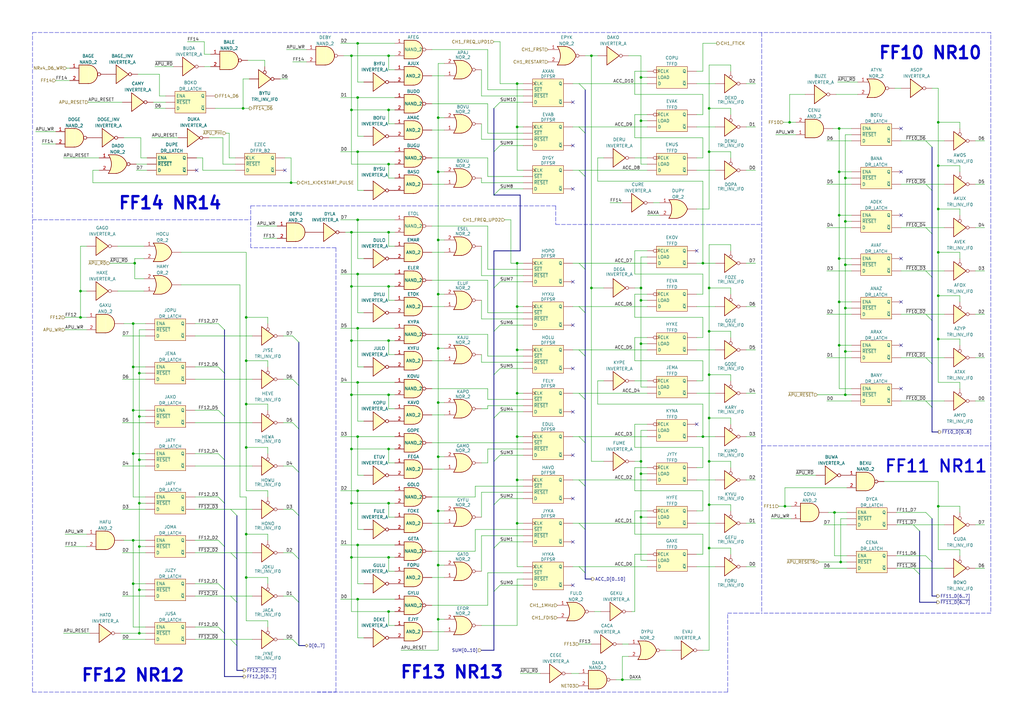
<source format=kicad_sch>
(kicad_sch (version 20211123) (generator eeschema)
  (paper "A3")
  (title_block (title "DMG CPU B") (date "2022-05-19") (rev "0") (company "CC-BY-SA-4.0 Régis Galland & Michael Singer -- Derived work from Furrtek") (comment 1 "https://github.com/msinger/dmg-schematics"))
  (junction (at 179.705 209.55))
  (junction (at 179.705 231.775))
  (junction (at 57.15 259.715))
  (junction (at 146.685 201.295))
  (junction (at 344.17 70.485))
  (junction (at 144.145 117.475))
  (junction (at 159.385 228.6))
  (junction (at 344.17 106.045))
  (junction (at 159.385 161.925))
  (junction (at 33.02 119.38))
  (junction (at 99.695 44.45))
  (junction (at 290.83 62.23))
  (junction (at 262.89 49.53))
  (junction (at 54.61 150.495))
  (junction (at 344.17 88.265))
  (junction (at 100.965 219.075))
  (junction (at 323.85 50.165))
  (junction (at 179.705 142.875))
  (junction (at 288.29 179.07))
  (junction (at 290.83 171.45))
  (junction (at 179.705 70.485))
  (junction (at 146.685 62.23))
  (junction (at 54.61 221.615))
  (junction (at 57.15 188.595))
  (junction (at 344.805 230.505))
  (junction (at 384.81 207.645))
  (junction (at 100.965 130.175))
  (junction (at 346.71 90.805))
  (junction (at 159.385 22.86))
  (junction (at 159.385 250.825))
  (junction (at 346.71 144.145))
  (junction (at 262.89 31.75))
  (junction (at 55.245 107.95))
  (junction (at 146.685 245.745))
  (junction (at 100.965 147.955))
  (junction (at 144.145 45.085))
  (junction (at 344.17 123.825))
  (junction (at 144.145 184.15))
  (junction (at 146.685 112.395))
  (junction (at 144.145 95.25))
  (junction (at 384.81 50.165))
  (junction (at 384.81 85.725))
  (junction (at 262.89 140.97))
  (junction (at 342.265 210.185))
  (junction (at 212.09 107.95))
  (junction (at 212.09 125.73))
  (junction (at 212.09 52.07))
  (junction (at 57.15 241.935))
  (junction (at 54.61 239.395))
  (junction (at 344.17 52.705))
  (junction (at 290.83 224.79))
  (junction (at 159.385 184.15))
  (junction (at 262.89 118.11))
  (junction (at 57.15 224.155))
  (junction (at 159.385 95.25))
  (junction (at 100.965 236.855))
  (junction (at 54.61 132.715))
  (junction (at 384.81 121.285))
  (junction (at 384.81 139.065))
  (junction (at 242.57 22.86))
  (junction (at 179.705 48.26))
  (junction (at 212.09 214.63))
  (junction (at 179.705 165.1))
  (junction (at 144.145 139.7))
  (junction (at 384.81 67.945))
  (junction (at 290.83 44.45))
  (junction (at 288.29 107.95))
  (junction (at 212.09 143.51))
  (junction (at 100.965 165.735))
  (junction (at 212.09 196.85))
  (junction (at 100.965 183.515))
  (junction (at 290.83 118.11))
  (junction (at 33.02 130.175))
  (junction (at 119.38 74.93))
  (junction (at 262.89 194.31))
  (junction (at 212.09 161.29))
  (junction (at 290.83 207.01))
  (junction (at 146.685 90.17))
  (junction (at 159.385 117.475))
  (junction (at 384.81 103.505))
  (junction (at 159.385 45.085))
  (junction (at 242.57 118.11))
  (junction (at 144.145 161.925))
  (junction (at 146.685 134.62))
  (junction (at 144.145 22.86))
  (junction (at 144.145 228.6))
  (junction (at 346.71 161.925))
  (junction (at 57.15 170.815))
  (junction (at 346.71 108.585))
  (junction (at 146.685 223.52))
  (junction (at 346.71 73.025))
  (junction (at 146.685 40.005))
  (junction (at 146.685 17.78))
  (junction (at 159.385 67.31))
  (junction (at 57.15 153.035))
  (junction (at 290.83 135.89))
  (junction (at 344.17 141.605))
  (junction (at 321.945 207.645))
  (junction (at 159.385 139.7))
  (junction (at 262.89 189.23))
  (junction (at 57.15 206.375))
  (junction (at 346.71 126.365))
  (junction (at 290.83 153.67))
  (junction (at 255.27 278.765))
  (junction (at 262.89 123.19))
  (junction (at 54.61 186.055))
  (junction (at 144.145 206.375))
  (junction (at 146.685 156.845))
  (junction (at 262.89 212.09))
  (junction (at 179.705 98.425))
  (junction (at 179.705 187.325))
  (junction (at 159.385 206.375))
  (junction (at 212.09 34.29))
  (junction (at 179.705 120.65))
  (junction (at 179.705 254))
  (junction (at 146.685 179.07))
  (junction (at 290.83 189.23))
  (junction (at 212.09 179.07))
  (junction (at 54.61 168.275))
  (no_connect (at 234.95 77.47))
  (no_connect (at 234.95 115.57))
  (no_connect (at 234.95 133.35))
  (no_connect (at 234.95 222.25))
  (no_connect (at 234.95 240.03))
  (no_connect (at 369.57 106.045))
  (no_connect (at 369.57 88.265))
  (no_connect (at 369.57 70.485))
  (no_connect (at 369.57 52.705))
  (no_connect (at 234.95 204.47))
  (no_connect (at 234.95 41.91))
  (no_connect (at 234.95 168.91))
  (no_connect (at 80.645 69.85))
  (no_connect (at 285.75 102.87))
  (no_connect (at 369.57 123.825))
  (no_connect (at 369.57 141.605))
  (no_connect (at 369.57 159.385))
  (no_connect (at 285.75 173.99))
  (no_connect (at 234.95 186.69))
  (no_connect (at 234.95 151.13))
  (no_connect (at 116.84 69.85))
  (no_connect (at 234.95 59.69))
  (bus_entry (at 237.49 143.51) (size 2.54 2.54))
  (bus_entry (at 379.73 75.565) (size 2.54 2.54))
  (bus_entry (at 379.73 111.125) (size 2.54 2.54))
  (bus_entry (at 205.105 240.03) (size -2.54 2.54))
  (bus_entry (at 237.49 34.29) (size 2.54 2.54))
  (bus_entry (at 237.49 52.07) (size 2.54 2.54))
  (bus_entry (at 89.535 150.495) (size 2.54 2.54))
  (bus_entry (at 89.535 203.835) (size 2.54 2.54))
  (bus_entry (at 237.49 107.95) (size 2.54 2.54))
  (bus_entry (at 94.615 226.695) (size 2.54 2.54))
  (bus_entry (at 120.015 226.695) (size 2.54 2.54))
  (bus_entry (at 120.015 208.915) (size 2.54 2.54))
  (bus_entry (at 379.73 164.465) (size 2.54 2.54))
  (bus_entry (at 379.73 128.905) (size 2.54 2.54))
  (bus_entry (at 237.49 69.85) (size 2.54 2.54))
  (bus_entry (at 120.015 137.795) (size 2.54 2.54))
  (bus_entry (at 237.49 179.07) (size 2.54 2.54))
  (bus_entry (at 89.535 257.175) (size 2.54 2.54))
  (bus_entry (at 120.015 173.355) (size 2.54 2.54))
  (bus_entry (at 205.105 186.69) (size -2.54 2.54))
  (bus_entry (at 205.105 133.35) (size -2.54 2.54))
  (bus_entry (at 120.015 191.135) (size 2.54 2.54))
  (bus_entry (at 120.015 262.255) (size 2.54 2.54))
  (bus_entry (at 89.535 132.715) (size 2.54 2.54))
  (bus_entry (at 205.105 115.57) (size -2.54 2.54))
  (bus_entry (at 89.535 168.275) (size 2.54 2.54))
  (bus_entry (at 94.615 244.475) (size 2.54 2.54))
  (bus_entry (at 94.615 208.915) (size 2.54 2.54))
  (bus_entry (at 374.65 233.045) (size 2.54 2.54))
  (bus_entry (at 89.535 186.055) (size 2.54 2.54))
  (bus_entry (at 120.015 155.575) (size 2.54 2.54))
  (bus_entry (at 379.73 210.185) (size 2.54 2.54))
  (bus_entry (at 237.49 196.85) (size 2.54 2.54))
  (bus_entry (at 237.49 214.63) (size 2.54 2.54))
  (bus_entry (at 237.49 232.41) (size 2.54 2.54))
  (bus_entry (at 205.105 59.69) (size -2.54 2.54))
  (bus_entry (at 89.535 221.615) (size 2.54 2.54))
  (bus_entry (at 205.105 41.91) (size -2.54 2.54))
  (bus_entry (at 120.015 244.475) (size 2.54 2.54))
  (bus_entry (at 205.105 77.47) (size -2.54 2.54))
  (bus_entry (at 379.73 146.685) (size 2.54 2.54))
  (bus_entry (at 379.73 57.785) (size 2.54 2.54))
  (bus_entry (at 205.105 204.47) (size -2.54 2.54))
  (bus_entry (at 205.105 151.13) (size -2.54 2.54))
  (bus_entry (at 205.105 168.91) (size -2.54 2.54))
  (bus_entry (at 379.73 93.345) (size 2.54 2.54))
  (bus_entry (at 89.535 239.395) (size 2.54 2.54))
  (bus_entry (at 374.65 215.265) (size 2.54 2.54))
  (bus_entry (at 379.73 227.965) (size 2.54 2.54))
  (bus_entry (at 205.105 222.25) (size -2.54 2.54))
  (bus_entry (at 237.49 161.29) (size 2.54 2.54))
  (bus_entry (at 94.615 262.255) (size 2.54 2.54))
  (bus_entry (at 237.49 125.73) (size 2.54 2.54))
  (wire (pts (xy 200.025 166.37) (xy 214.63 166.37)))
  (wire (pts (xy 197.485 50.8) (xy 197.485 57.15)))
  (wire (pts (xy 179.705 209.55) (xy 179.705 231.775)))
  (wire (pts (xy 242.57 22.86) (xy 240.03 22.86)))
  (wire (pts (xy 146.685 179.07) (xy 146.685 194.945)))
  (wire (pts (xy 146.685 223.52) (xy 139.7 223.52)))
  (wire (pts (xy 22.86 33.02) (xy 28.575 33.02)))
  (wire (pts (xy 161.925 134.62) (xy 146.685 134.62)))
  (wire (pts (xy 200.025 42.545) (xy 200.025 54.61)))
  (wire (pts (xy 55.245 107.95) (xy 55.245 114.3)))
  (wire (pts (xy 344.805 230.505) (xy 347.345 230.505)))
  (wire (pts (xy 400.05 233.045) (xy 403.86 233.045)))
  (bus (pts (xy 240.03 217.17) (xy 240.03 199.39)))
  (wire (pts (xy 144.145 139.7) (xy 159.385 139.7)))
  (wire (pts (xy 237.49 107.95) (xy 265.43 107.95)))
  (wire (pts (xy 344.17 123.825) (xy 344.17 141.605)))
  (bus (pts (xy 92.075 170.815) (xy 92.075 188.595)))
  (wire (pts (xy 197.485 256.54) (xy 212.09 256.54)))
  (wire (pts (xy 116.205 155.575) (xy 120.015 155.575)))
  (wire (pts (xy 205.105 115.57) (xy 214.63 115.57)))
  (wire (pts (xy 50.8 221.615) (xy 54.61 221.615)))
  (wire (pts (xy 54.61 186.055) (xy 59.69 186.055)))
  (wire (pts (xy 212.09 143.51) (xy 214.63 143.51)))
  (wire (pts (xy 367.665 233.045) (xy 374.65 233.045)))
  (wire (pts (xy 346.71 90.805) (xy 349.25 90.805)))
  (wire (pts (xy 214.63 201.93) (xy 197.485 201.93)))
  (wire (pts (xy 144.145 206.375) (xy 144.145 228.6)))
  (wire (pts (xy 285.75 107.95) (xy 288.29 107.95)))
  (wire (pts (xy 149.225 194.945) (xy 146.685 194.945)))
  (wire (pts (xy 260.35 38.735) (xy 260.35 29.21)))
  (wire (pts (xy 212.09 107.95) (xy 214.63 107.95)))
  (bus (pts (xy 202.565 118.11) (xy 202.565 102.87)))
  (wire (pts (xy 306.07 214.63) (xy 309.88 214.63)))
  (wire (pts (xy 260.35 102.87) (xy 265.43 102.87)))
  (wire (pts (xy 344.17 141.605) (xy 349.25 141.605)))
  (wire (pts (xy 50.8 132.715) (xy 54.61 132.715)))
  (wire (pts (xy 255.27 269.24) (xy 255.27 278.765)))
  (wire (pts (xy 146.685 134.62) (xy 146.685 150.495)))
  (wire (pts (xy 57.15 224.155) (xy 57.15 241.935)))
  (wire (pts (xy 257.81 269.24) (xy 255.27 269.24)))
  (wire (pts (xy 393.7 225.425) (xy 393.7 227.965)))
  (wire (pts (xy 212.09 161.29) (xy 212.09 179.07)))
  (wire (pts (xy 262.89 118.11) (xy 262.89 123.19)))
  (wire (pts (xy 290.83 153.67) (xy 299.72 153.67)))
  (wire (pts (xy 200.025 184.15) (xy 200.025 189.865)))
  (wire (pts (xy 54.61 150.495) (xy 54.61 168.275)))
  (wire (pts (xy 344.17 88.265) (xy 344.17 106.045)))
  (wire (pts (xy 177.165 75.565) (xy 182.245 75.565)))
  (wire (pts (xy 285.75 52.07) (xy 293.37 52.07)))
  (bus (pts (xy 382.27 212.725) (xy 382.27 230.505)))
  (wire (pts (xy 290.83 207.01) (xy 299.72 207.01)))
  (wire (pts (xy 117.475 20.32) (xy 125.73 20.32)))
  (wire (pts (xy 57.15 135.255) (xy 59.69 135.255)))
  (wire (pts (xy 393.7 67.945) (xy 393.7 70.485)))
  (wire (pts (xy 214.63 54.61) (xy 200.025 54.61)))
  (wire (pts (xy 260.35 64.77) (xy 265.43 64.77)))
  (wire (pts (xy 237.49 161.29) (xy 265.43 161.29)))
  (wire (pts (xy 382.27 36.195) (xy 384.81 36.195)))
  (wire (pts (xy 205.105 186.69) (xy 214.63 186.69)))
  (wire (pts (xy 161.925 145.415) (xy 159.385 145.415)))
  (wire (pts (xy 159.385 22.86) (xy 161.925 22.86)))
  (wire (pts (xy 290.83 153.67) (xy 290.83 171.45)))
  (wire (pts (xy 119.38 74.93) (xy 119.38 64.77)))
  (wire (pts (xy 179.705 142.875) (xy 182.245 142.875)))
  (wire (pts (xy 321.945 200.025) (xy 321.945 207.645)))
  (wire (pts (xy 339.09 111.125) (xy 349.25 111.125)))
  (wire (pts (xy 144.145 161.925) (xy 144.145 184.15)))
  (wire (pts (xy 200.025 64.77) (xy 200.025 72.39)))
  (wire (pts (xy 177.165 42.545) (xy 200.025 42.545)))
  (wire (pts (xy 260.35 227.33) (xy 265.43 227.33)))
  (wire (pts (xy 161.925 73.025) (xy 159.385 73.025)))
  (wire (pts (xy 80.01 173.355) (xy 103.505 173.355)))
  (wire (pts (xy 384.81 197.485) (xy 384.81 207.645)))
  (wire (pts (xy 212.09 34.29) (xy 212.09 52.07)))
  (wire (pts (xy 57.15 224.155) (xy 59.69 224.155)))
  (wire (pts (xy 116.205 262.255) (xy 120.015 262.255)))
  (wire (pts (xy 346.71 144.145) (xy 349.25 144.145)))
  (wire (pts (xy 339.09 164.465) (xy 349.25 164.465)))
  (wire (pts (xy 179.705 209.55) (xy 182.245 209.55)))
  (wire (pts (xy 290.83 118.11) (xy 290.83 135.89)))
  (wire (pts (xy 144.145 184.15) (xy 159.385 184.15)))
  (wire (pts (xy 161.925 156.845) (xy 146.685 156.845)))
  (bus (pts (xy 240.03 181.61) (xy 240.03 199.39)))
  (wire (pts (xy 400.05 128.905) (xy 403.86 128.905)))
  (polyline (pts (xy 13.335 90.17) (xy 102.87 90.17)))
  (wire (pts (xy 362.585 197.485) (xy 384.81 197.485)))
  (wire (pts (xy 260.35 191.77) (xy 265.43 191.77)))
  (wire (pts (xy 260.35 147.955) (xy 260.35 138.43)))
  (wire (pts (xy 161.925 40.005) (xy 146.685 40.005)))
  (wire (pts (xy 149.225 106.045) (xy 146.685 106.045)))
  (wire (pts (xy 80.01 239.395) (xy 89.535 239.395)))
  (wire (pts (xy 346.71 90.805) (xy 346.71 108.585)))
  (wire (pts (xy 214.63 72.39) (xy 200.025 72.39)))
  (wire (pts (xy 234.95 69.85) (xy 237.49 69.85)))
  (wire (pts (xy 367.665 227.965) (xy 379.73 227.965)))
  (wire (pts (xy 384.81 50.165) (xy 384.81 67.945)))
  (wire (pts (xy 96.52 64.77) (xy 93.98 64.77)))
  (wire (pts (xy 257.81 22.86) (xy 262.89 22.86)))
  (wire (pts (xy 146.685 40.005) (xy 146.685 55.88)))
  (wire (pts (xy 342.265 210.185) (xy 342.265 227.965)))
  (wire (pts (xy 212.09 196.85) (xy 214.63 196.85)))
  (wire (pts (xy 55.88 67.31) (xy 60.325 67.31)))
  (wire (pts (xy 149.225 261.62) (xy 146.685 261.62)))
  (wire (pts (xy 288.29 183.515) (xy 260.35 183.515)))
  (wire (pts (xy 400.05 75.565) (xy 403.86 75.565)))
  (wire (pts (xy 306.07 179.07) (xy 309.88 179.07)))
  (wire (pts (xy 205.105 59.69) (xy 214.63 59.69)))
  (wire (pts (xy 288.29 29.21) (xy 288.29 17.78)))
  (wire (pts (xy 290.83 189.23) (xy 299.72 189.23)))
  (wire (pts (xy 245.11 74.295) (xy 288.29 74.295)))
  (bus (pts (xy 240.03 36.83) (xy 240.03 54.61)))
  (wire (pts (xy 57.15 259.715) (xy 59.69 259.715)))
  (wire (pts (xy 379.73 111.125) (xy 387.35 111.125)))
  (wire (pts (xy 285.75 34.29) (xy 293.37 34.29)))
  (wire (pts (xy 299.72 26.67) (xy 299.72 29.21)))
  (wire (pts (xy 346.71 108.585) (xy 349.25 108.585)))
  (wire (pts (xy 384.81 67.945) (xy 384.81 85.725)))
  (wire (pts (xy 290.83 171.45) (xy 299.72 171.45)))
  (wire (pts (xy 83.82 22.225) (xy 86.36 22.225)))
  (wire (pts (xy 344.17 88.265) (xy 349.25 88.265)))
  (wire (pts (xy 80.01 208.915) (xy 94.615 208.915)))
  (wire (pts (xy 200.025 137.16) (xy 177.165 137.16)))
  (wire (pts (xy 94.615 208.915) (xy 103.505 208.915)))
  (wire (pts (xy 197.485 123.19) (xy 197.485 130.81)))
  (wire (pts (xy 285.75 125.73) (xy 293.37 125.73)))
  (wire (pts (xy 393.7 207.645) (xy 393.7 210.185)))
  (wire (pts (xy 36.83 259.715) (xy 26.035 259.715)))
  (wire (pts (xy 159.385 50.8) (xy 159.385 45.085)))
  (wire (pts (xy 76.835 17.145) (xy 83.82 17.145)))
  (wire (pts (xy 212.09 237.49) (xy 214.63 237.49)))
  (bus (pts (xy 382.27 78.105) (xy 382.27 95.885)))
  (wire (pts (xy 116.205 244.475) (xy 120.015 244.475)))
  (bus (pts (xy 382.27 60.325) (xy 382.27 78.105)))
  (wire (pts (xy 237.49 214.63) (xy 265.43 214.63)))
  (wire (pts (xy 144.145 45.085) (xy 144.145 67.31)))
  (wire (pts (xy 159.385 206.375) (xy 161.925 206.375)))
  (wire (pts (xy 214.63 128.27) (xy 200.025 128.27)))
  (wire (pts (xy 100.965 130.175) (xy 109.855 130.175)))
  (wire (pts (xy 214.63 110.49) (xy 200.025 110.49)))
  (wire (pts (xy 159.385 184.15) (xy 161.925 184.15)))
  (wire (pts (xy 245.11 156.21) (xy 247.65 156.21)))
  (wire (pts (xy 177.165 236.855) (xy 182.245 236.855)))
  (bus (pts (xy 240.03 234.95) (xy 240.03 217.17)))
  (wire (pts (xy 197.485 145.415) (xy 197.485 148.59)))
  (wire (pts (xy 262.89 229.87) (xy 265.43 229.87)))
  (wire (pts (xy 200.025 92.71) (xy 177.165 92.71)))
  (wire (pts (xy 205.105 168.91) (xy 214.63 168.91)))
  (wire (pts (xy 344.805 212.725) (xy 347.345 212.725)))
  (wire (pts (xy 285.75 214.63) (xy 293.37 214.63)))
  (wire (pts (xy 288.29 112.395) (xy 260.35 112.395)))
  (wire (pts (xy 100.965 219.075) (xy 109.855 219.075)))
  (wire (pts (xy 242.57 22.86) (xy 245.11 22.86)))
  (wire (pts (xy 120.015 25.4) (xy 125.73 25.4)))
  (wire (pts (xy 159.385 100.965) (xy 159.385 95.25)))
  (wire (pts (xy 161.925 167.64) (xy 159.385 167.64)))
  (wire (pts (xy 260.35 120.65) (xy 265.43 120.65)))
  (wire (pts (xy 59.055 114.3) (xy 55.245 114.3)))
  (wire (pts (xy 177.165 203.835) (xy 194.945 203.835)))
  (wire (pts (xy 83.82 17.145) (xy 83.82 22.225)))
  (wire (pts (xy 161.925 189.865) (xy 159.385 189.865)))
  (wire (pts (xy 99.695 44.45) (xy 99.695 32.385)))
  (bus (pts (xy 377.19 247.015) (xy 384.175 247.015)))
  (wire (pts (xy 205.105 34.29) (xy 205.105 17.145)))
  (wire (pts (xy 54.61 239.395) (xy 59.69 239.395)))
  (wire (pts (xy 57.15 170.815) (xy 59.69 170.815)))
  (wire (pts (xy 54.61 257.175) (xy 59.69 257.175)))
  (polyline (pts (xy 227.965 92.075) (xy 312.42 92.075)))
  (wire (pts (xy 65.405 30.48) (xy 56.515 30.48)))
  (wire (pts (xy 257.81 264.16) (xy 255.27 264.16)))
  (wire (pts (xy 144.145 95.25) (xy 144.145 117.475)))
  (wire (pts (xy 339.09 75.565) (xy 349.25 75.565)))
  (bus (pts (xy 122.555 211.455) (xy 122.555 229.235)))
  (wire (pts (xy 116.205 226.695) (xy 120.015 226.695)))
  (polyline (pts (xy 298.45 283.845) (xy 298.45 267.335)))
  (wire (pts (xy 139.7 17.78) (xy 146.685 17.78)))
  (wire (pts (xy 200.025 248.285) (xy 177.165 248.285)))
  (wire (pts (xy 245.11 74.295) (xy 245.11 64.77)))
  (wire (pts (xy 393.7 156.845) (xy 393.7 159.385)))
  (wire (pts (xy 159.385 167.64) (xy 159.385 161.925)))
  (wire (pts (xy 27.305 27.94) (xy 28.575 27.94)))
  (wire (pts (xy 285.75 138.43) (xy 288.29 138.43)))
  (wire (pts (xy 177.165 31.115) (xy 182.245 31.115)))
  (wire (pts (xy 306.07 125.73) (xy 309.88 125.73)))
  (wire (pts (xy 260.35 56.515) (xy 260.35 46.99)))
  (wire (pts (xy 159.385 161.925) (xy 161.925 161.925)))
  (wire (pts (xy 149.225 217.17) (xy 146.685 217.17)))
  (wire (pts (xy 57.785 56.515) (xy 57.785 64.77)))
  (wire (pts (xy 342.265 227.965) (xy 347.345 227.965)))
  (wire (pts (xy 48.26 119.38) (xy 59.055 119.38)))
  (wire (pts (xy 299.72 118.11) (xy 299.72 120.65)))
  (wire (pts (xy 346.71 73.025) (xy 349.25 73.025)))
  (wire (pts (xy 335.915 230.505) (xy 344.805 230.505)))
  (wire (pts (xy 205.105 34.29) (xy 212.09 34.29)))
  (wire (pts (xy 54.61 168.275) (xy 54.61 186.055)))
  (bus (pts (xy 202.565 242.57) (xy 202.565 266.7)))
  (wire (pts (xy 369.57 57.785) (xy 379.73 57.785)))
  (wire (pts (xy 109.855 165.735) (xy 109.855 168.275)))
  (wire (pts (xy 177.165 259.08) (xy 182.245 259.08)))
  (wire (pts (xy 144.145 22.86) (xy 159.385 22.86)))
  (bus (pts (xy 92.075 259.715) (xy 92.075 277.495)))
  (wire (pts (xy 74.295 103.505) (xy 100.965 103.505)))
  (bus (pts (xy 97.155 274.955) (xy 99.695 274.955)))
  (wire (pts (xy 205.105 41.91) (xy 214.63 41.91)))
  (wire (pts (xy 86.36 27.305) (xy 83.82 27.305)))
  (bus (pts (xy 122.555 247.015) (xy 122.555 264.795)))
  (wire (pts (xy 116.84 64.77) (xy 119.38 64.77)))
  (wire (pts (xy 234.95 161.29) (xy 237.49 161.29)))
  (wire (pts (xy 144.145 139.7) (xy 144.145 161.925)))
  (wire (pts (xy 234.95 52.07) (xy 237.49 52.07)))
  (wire (pts (xy 146.685 201.295) (xy 146.685 217.17)))
  (wire (pts (xy 197.485 39.37) (xy 214.63 39.37)))
  (wire (pts (xy 306.07 69.85) (xy 309.88 69.85)))
  (wire (pts (xy 384.81 85.725) (xy 384.81 103.505)))
  (wire (pts (xy 65.405 39.37) (xy 67.945 39.37)))
  (bus (pts (xy 197.485 266.7) (xy 202.565 266.7)))
  (wire (pts (xy 161.925 17.78) (xy 146.685 17.78)))
  (wire (pts (xy 83.185 64.77) (xy 83.185 69.85)))
  (wire (pts (xy 344.17 70.485) (xy 344.17 88.265)))
  (wire (pts (xy 182.245 48.26) (xy 179.705 48.26)))
  (wire (pts (xy 54.61 203.835) (xy 59.69 203.835)))
  (wire (pts (xy 285.75 156.21) (xy 288.29 156.21)))
  (bus (pts (xy 377.19 217.805) (xy 377.19 235.585)))
  (wire (pts (xy 288.29 130.175) (xy 260.35 130.175)))
  (wire (pts (xy 179.705 142.875) (xy 179.705 165.1)))
  (wire (pts (xy 265.43 31.75) (xy 262.89 31.75)))
  (wire (pts (xy 26.67 219.075) (xy 35.56 219.075)))
  (wire (pts (xy 197.485 28.575) (xy 197.485 39.37)))
  (wire (pts (xy 344.17 52.705) (xy 349.25 52.705)))
  (wire (pts (xy 179.705 266.7) (xy 179.705 254)))
  (wire (pts (xy 344.17 141.605) (xy 344.17 159.385)))
  (wire (pts (xy 290.83 135.89) (xy 290.83 153.67)))
  (wire (pts (xy 100.965 236.855) (xy 100.965 254.635)))
  (wire (pts (xy 290.83 62.23) (xy 299.72 62.23)))
  (wire (pts (xy 212.09 69.85) (xy 214.63 69.85)))
  (wire (pts (xy 260.35 130.175) (xy 260.35 120.65)))
  (bus (pts (xy 240.03 128.27) (xy 240.03 146.05)))
  (wire (pts (xy 200.025 167.64) (xy 197.485 167.64)))
  (wire (pts (xy 57.785 56.515) (xy 50.8 56.515)))
  (wire (pts (xy 161.925 112.395) (xy 146.685 112.395)))
  (wire (pts (xy 384.81 156.845) (xy 393.7 156.845)))
  (wire (pts (xy 159.385 67.31) (xy 161.925 67.31)))
  (wire (pts (xy 179.705 254) (xy 182.245 254)))
  (wire (pts (xy 144.145 117.475) (xy 159.385 117.475)))
  (wire (pts (xy 306.07 161.29) (xy 309.88 161.29)))
  (wire (pts (xy 234.95 214.63) (xy 237.49 214.63)))
  (bus (pts (xy 382.27 113.665) (xy 382.27 131.445)))
  (wire (pts (xy 57.15 241.935) (xy 57.15 259.715)))
  (wire (pts (xy 212.09 125.73) (xy 212.09 143.51)))
  (wire (pts (xy 54.61 221.615) (xy 59.69 221.615)))
  (bus (pts (xy 122.555 229.235) (xy 122.555 247.015)))
  (wire (pts (xy 384.81 139.065) (xy 384.81 156.845)))
  (bus (pts (xy 240.03 72.39) (xy 240.03 110.49)))
  (wire (pts (xy 318.135 55.245) (xy 326.39 55.245)))
  (bus (pts (xy 122.555 193.675) (xy 122.555 211.455)))
  (wire (pts (xy 265.43 105.41) (xy 262.89 105.41)))
  (wire (pts (xy 57.15 135.255) (xy 57.15 153.035)))
  (wire (pts (xy 161.925 201.295) (xy 146.685 201.295)))
  (wire (pts (xy 57.15 153.035) (xy 59.69 153.035)))
  (wire (pts (xy 260.35 219.075) (xy 260.35 209.55)))
  (bus (pts (xy 202.565 44.45) (xy 202.565 62.23)))
  (wire (pts (xy 262.89 176.53) (xy 262.89 189.23)))
  (bus (pts (xy 92.075 277.495) (xy 99.695 277.495)))
  (wire (pts (xy 290.83 118.11) (xy 299.72 118.11)))
  (wire (pts (xy 80.645 64.77) (xy 83.185 64.77)))
  (wire (pts (xy 393.7 85.725) (xy 393.7 88.265)))
  (wire (pts (xy 346.71 144.145) (xy 346.71 161.925)))
  (bus (pts (xy 240.03 234.95) (xy 240.03 237.49)))
  (wire (pts (xy 50.165 226.695) (xy 59.69 226.695)))
  (wire (pts (xy 159.385 212.09) (xy 159.385 206.375)))
  (wire (pts (xy 288.29 17.78) (xy 294.005 17.78)))
  (wire (pts (xy 99.695 32.385) (xy 102.235 32.385)))
  (wire (pts (xy 341.63 52.705) (xy 344.17 52.705)))
  (wire (pts (xy 197.485 148.59) (xy 214.63 148.59)))
  (wire (pts (xy 288.29 64.77) (xy 288.29 56.515)))
  (wire (pts (xy 109.855 130.175) (xy 109.855 132.715)))
  (wire (pts (xy 319.405 207.645) (xy 321.945 207.645)))
  (wire (pts (xy 384.81 207.645) (xy 384.81 225.425)))
  (bus (pts (xy 92.075 188.595) (xy 92.075 206.375)))
  (wire (pts (xy 265.43 212.09) (xy 262.89 212.09)))
  (wire (pts (xy 100.965 183.515) (xy 100.965 201.295)))
  (wire (pts (xy 344.17 123.825) (xy 349.25 123.825)))
  (wire (pts (xy 55.245 107.95) (xy 55.245 106.045)))
  (wire (pts (xy 26.035 64.77) (xy 40.64 64.77)))
  (wire (pts (xy 200.025 166.37) (xy 200.025 167.64)))
  (bus (pts (xy 122.555 175.895) (xy 122.555 193.675)))
  (wire (pts (xy 35.56 100.965) (xy 33.02 100.965)))
  (wire (pts (xy 369.57 164.465) (xy 379.73 164.465)))
  (wire (pts (xy 288.29 209.55) (xy 288.29 201.295)))
  (wire (pts (xy 346.71 126.365) (xy 346.71 144.145)))
  (wire (pts (xy 179.705 48.26) (xy 179.705 70.485)))
  (wire (pts (xy 197.485 219.71) (xy 197.485 234.315)))
  (wire (pts (xy 177.165 192.405) (xy 182.245 192.405)))
  (bus (pts (xy 202.565 62.23) (xy 202.565 80.01)))
  (wire (pts (xy 306.07 143.51) (xy 309.88 143.51)))
  (wire (pts (xy 146.685 223.52) (xy 146.685 239.395)))
  (wire (pts (xy 116.205 137.795) (xy 120.015 137.795)))
  (wire (pts (xy 212.09 196.85) (xy 212.09 214.63)))
  (wire (pts (xy 164.465 266.7) (xy 179.705 266.7)))
  (wire (pts (xy 374.65 233.045) (xy 387.35 233.045)))
  (wire (pts (xy 262.89 212.09) (xy 262.89 229.87)))
  (wire (pts (xy 50.165 191.135) (xy 59.69 191.135)))
  (wire (pts (xy 80.01 257.175) (xy 89.535 257.175)))
  (wire (pts (xy 177.165 53.34) (xy 182.245 53.34)))
  (wire (pts (xy 260.35 112.395) (xy 260.35 102.87)))
  (wire (pts (xy 119.38 74.93) (xy 38.1 74.93)))
  (bus (pts (xy 122.555 264.795) (xy 125.095 264.795)))
  (wire (pts (xy 179.705 120.65) (xy 179.705 142.875)))
  (wire (pts (xy 108.585 24.765) (xy 108.585 27.305)))
  (wire (pts (xy 146.685 245.745) (xy 146.685 261.62)))
  (wire (pts (xy 94.615 244.475) (xy 103.505 244.475)))
  (wire (pts (xy 237.49 232.41) (xy 265.43 232.41)))
  (wire (pts (xy 260.35 46.99) (xy 265.43 46.99)))
  (wire (pts (xy 262.89 176.53) (xy 265.43 176.53)))
  (wire (pts (xy 146.685 156.845) (xy 146.685 172.72)))
  (wire (pts (xy 234.95 232.41) (xy 237.49 232.41)))
  (wire (pts (xy 159.385 145.415) (xy 159.385 139.7)))
  (wire (pts (xy 80.01 262.255) (xy 94.615 262.255)))
  (wire (pts (xy 384.81 121.285) (xy 393.7 121.285)))
  (polyline (pts (xy 312.42 13.335) (xy 312.42 182.88)))
  (wire (pts (xy 384.81 103.505) (xy 393.7 103.505)))
  (wire (pts (xy 260.35 201.295) (xy 260.35 191.77)))
  (wire (pts (xy 94.615 262.255) (xy 103.505 262.255)))
  (wire (pts (xy 200.025 92.71) (xy 200.025 110.49)))
  (wire (pts (xy 262.89 22.86) (xy 262.89 31.75)))
  (wire (pts (xy 159.385 45.085) (xy 161.925 45.085)))
  (wire (pts (xy 54.61 150.495) (xy 59.69 150.495)))
  (wire (pts (xy 250.19 83.185) (xy 255.27 83.185)))
  (wire (pts (xy 214.63 184.15) (xy 200.025 184.15)))
  (wire (pts (xy 245.11 165.735) (xy 245.11 156.21)))
  (bus (pts (xy 382.27 131.445) (xy 382.27 149.225)))
  (wire (pts (xy 212.09 143.51) (xy 212.09 161.29)))
  (wire (pts (xy 306.07 232.41) (xy 309.88 232.41)))
  (wire (pts (xy 144.145 67.31) (xy 159.385 67.31)))
  (wire (pts (xy 237.49 69.85) (xy 265.43 69.85)))
  (wire (pts (xy 38.1 74.93) (xy 38.1 69.85)))
  (wire (pts (xy 212.09 52.07) (xy 214.63 52.07)))
  (wire (pts (xy 63.5 27.305) (xy 71.12 27.305)))
  (wire (pts (xy 161.925 223.52) (xy 146.685 223.52)))
  (wire (pts (xy 80.01 203.835) (xy 89.535 203.835)))
  (wire (pts (xy 400.05 57.785) (xy 403.86 57.785)))
  (bus (pts (xy 202.565 207.01) (xy 202.565 224.79)))
  (wire (pts (xy 146.685 156.845) (xy 139.7 156.845)))
  (polyline (pts (xy 137.795 101.6) (xy 102.87 101.6)))
  (wire (pts (xy 288.29 138.43) (xy 288.29 130.175)))
  (wire (pts (xy 177.165 214.63) (xy 182.245 214.63)))
  (wire (pts (xy 212.09 179.07) (xy 212.09 196.85)))
  (wire (pts (xy 262.89 105.41) (xy 262.89 118.11)))
  (wire (pts (xy 321.945 200.025) (xy 347.345 200.025)))
  (wire (pts (xy 159.385 256.54) (xy 159.385 250.825)))
  (bus (pts (xy 92.075 135.255) (xy 92.075 153.035)))
  (wire (pts (xy 259.08 250.825) (xy 260.35 250.825)))
  (wire (pts (xy 290.83 207.01) (xy 290.83 224.79)))
  (wire (pts (xy 285.75 143.51) (xy 293.37 143.51)))
  (wire (pts (xy 260.35 138.43) (xy 265.43 138.43)))
  (wire (pts (xy 245.11 64.77) (xy 247.65 64.77)))
  (wire (pts (xy 179.705 26.035) (xy 182.245 26.035)))
  (wire (pts (xy 285.75 209.55) (xy 288.29 209.55)))
  (wire (pts (xy 384.81 50.165) (xy 393.7 50.165)))
  (wire (pts (xy 337.82 233.045) (xy 347.345 233.045)))
  (wire (pts (xy 109.855 147.955) (xy 109.855 150.495)))
  (wire (pts (xy 290.83 224.79) (xy 290.83 266.7)))
  (wire (pts (xy 290.83 224.79) (xy 299.72 224.79)))
  (polyline (pts (xy 298.45 251.46) (xy 312.42 251.46)))
  (wire (pts (xy 339.09 128.905) (xy 349.25 128.905)))
  (wire (pts (xy 393.7 103.505) (xy 393.7 106.045)))
  (wire (pts (xy 369.57 111.125) (xy 379.73 111.125)))
  (wire (pts (xy 100.965 183.515) (xy 109.855 183.515)))
  (bus (pts (xy 202.565 224.79) (xy 202.565 242.57)))
  (polyline (pts (xy 298.45 283.845) (xy 130.175 283.845)))
  (wire (pts (xy 149.225 55.88) (xy 146.685 55.88)))
  (wire (pts (xy 161.925 28.575) (xy 159.385 28.575)))
  (wire (pts (xy 177.165 103.505) (xy 182.245 103.505)))
  (wire (pts (xy 200.025 20.32) (xy 200.025 36.83)))
  (wire (pts (xy 344.17 70.485) (xy 349.25 70.485)))
  (wire (pts (xy 179.705 98.425) (xy 179.705 120.65)))
  (wire (pts (xy 45.085 107.95) (xy 55.245 107.95)))
  (wire (pts (xy 384.81 67.945) (xy 393.7 67.945)))
  (wire (pts (xy 306.07 107.95) (xy 309.88 107.95)))
  (wire (pts (xy 288.29 120.65) (xy 288.29 112.395)))
  (wire (pts (xy 400.05 111.125) (xy 403.86 111.125)))
  (wire (pts (xy 57.15 206.375) (xy 57.15 224.155)))
  (wire (pts (xy 88.265 44.45) (xy 99.695 44.45)))
  (wire (pts (xy 116.205 208.915) (xy 120.015 208.915)))
  (wire (pts (xy 214.63 113.03) (xy 197.485 113.03)))
  (wire (pts (xy 262.89 49.53) (xy 262.89 67.31)))
  (wire (pts (xy 50.165 173.355) (xy 59.69 173.355)))
  (wire (pts (xy 275.59 266.7) (xy 273.05 266.7)))
  (wire (pts (xy 400.05 164.465) (xy 403.86 164.465)))
  (wire (pts (xy 57.15 170.815) (xy 57.15 188.595)))
  (wire (pts (xy 369.57 146.685) (xy 379.73 146.685)))
  (wire (pts (xy 323.85 38.735) (xy 323.85 50.165)))
  (wire (pts (xy 346.71 55.245) (xy 346.71 73.025)))
  (wire (pts (xy 194.945 217.17) (xy 214.63 217.17)))
  (wire (pts (xy 379.73 93.345) (xy 387.35 93.345)))
  (wire (pts (xy 200.025 159.385) (xy 200.025 163.83)))
  (wire (pts (xy 288.29 179.07) (xy 293.37 179.07)))
  (wire (pts (xy 326.39 194.945) (xy 334.645 194.945)))
  (polyline (pts (xy 13.335 283.845) (xy 13.335 13.335)))
  (wire (pts (xy 265.43 88.265) (xy 270.51 88.265)))
  (wire (pts (xy 159.385 22.86) (xy 159.385 28.575)))
  (wire (pts (xy 177.165 20.32) (xy 200.025 20.32)))
  (wire (pts (xy 200.025 114.935) (xy 177.165 114.935)))
  (wire (pts (xy 299.72 171.45) (xy 299.72 173.99)))
  (wire (pts (xy 161.925 256.54) (xy 159.385 256.54)))
  (wire (pts (xy 159.385 228.6) (xy 161.925 228.6)))
  (wire (pts (xy 105.41 92.71) (xy 113.665 92.71)))
  (polyline (pts (xy 13.335 13.335) (xy 278.765 13.335)))
  (wire (pts (xy 290.83 135.89) (xy 299.72 135.89)))
  (wire (pts (xy 379.73 57.785) (xy 387.35 57.785)))
  (wire (pts (xy 252.73 278.765) (xy 255.27 278.765)))
  (wire (pts (xy 99.695 44.45) (xy 102.235 44.45)))
  (wire (pts (xy 400.05 146.685) (xy 403.86 146.685)))
  (wire (pts (xy 369.57 75.565) (xy 379.73 75.565)))
  (wire (pts (xy 62.865 41.91) (xy 67.945 41.91)))
  (polyline (pts (xy 102.87 84.455) (xy 227.965 84.455)))
  (wire (pts (xy 339.09 93.345) (xy 349.25 93.345)))
  (polyline (pts (xy 102.87 101.6) (xy 102.87 84.455)))
  (wire (pts (xy 234.315 276.225) (xy 237.49 276.225)))
  (wire (pts (xy 237.49 34.29) (xy 265.43 34.29)))
  (wire (pts (xy 26.67 130.175) (xy 33.02 130.175)))
  (wire (pts (xy 80.01 221.615) (xy 89.535 221.615)))
  (wire (pts (xy 214.63 146.05) (xy 200.025 146.05)))
  (wire (pts (xy 159.385 250.825) (xy 144.145 250.825)))
  (wire (pts (xy 179.705 165.1) (xy 179.705 187.325)))
  (bus (pts (xy 97.155 211.455) (xy 97.155 229.235)))
  (wire (pts (xy 74.295 116.84) (xy 98.425 116.84)))
  (wire (pts (xy 33.02 130.175) (xy 35.56 130.175)))
  (wire (pts (xy 288.29 266.7) (xy 290.83 266.7)))
  (wire (pts (xy 197.485 130.81) (xy 214.63 130.81)))
  (wire (pts (xy 299.72 189.23) (xy 299.72 191.77)))
  (wire (pts (xy 290.83 100.33) (xy 299.72 100.33)))
  (wire (pts (xy 159.385 234.315) (xy 159.385 228.6)))
  (bus (pts (xy 97.155 247.015) (xy 97.155 264.795)))
  (wire (pts (xy 288.29 74.295) (xy 288.29 107.95)))
  (wire (pts (xy 212.09 179.07) (xy 214.63 179.07)))
  (wire (pts (xy 242.57 189.23) (xy 247.65 189.23)))
  (bus (pts (xy 202.565 135.89) (xy 202.565 153.67)))
  (wire (pts (xy 288.29 165.735) (xy 288.29 179.07)))
  (wire (pts (xy 379.73 128.905) (xy 387.35 128.905)))
  (wire (pts (xy 299.72 44.45) (xy 299.72 46.99)))
  (wire (pts (xy 285.75 120.65) (xy 288.29 120.65)))
  (bus (pts (xy 202.565 118.11) (xy 202.565 135.89)))
  (wire (pts (xy 55.245 106.045) (xy 59.055 106.045)))
  (wire (pts (xy 177.165 64.77) (xy 200.025 64.77)))
  (wire (pts (xy 299.72 224.79) (xy 299.72 227.33)))
  (wire (pts (xy 179.705 165.1) (xy 182.245 165.1)))
  (bus (pts (xy 202.565 189.23) (xy 202.565 207.01)))
  (wire (pts (xy 116.205 191.135) (xy 120.015 191.135)))
  (wire (pts (xy 144.145 161.925) (xy 159.385 161.925)))
  (wire (pts (xy 339.725 210.185) (xy 342.265 210.185)))
  (wire (pts (xy 344.17 106.045) (xy 344.17 123.825)))
  (wire (pts (xy 335.28 161.925) (xy 346.71 161.925)))
  (wire (pts (xy 50.165 208.915) (xy 59.69 208.915)))
  (wire (pts (xy 200.025 159.385) (xy 177.165 159.385)))
  (wire (pts (xy 50.165 155.575) (xy 59.69 155.575)))
  (wire (pts (xy 200.025 114.935) (xy 200.025 128.27)))
  (wire (pts (xy 161.925 50.8) (xy 159.385 50.8)))
  (wire (pts (xy 146.685 134.62) (xy 139.7 134.62)))
  (wire (pts (xy 177.165 125.73) (xy 182.245 125.73)))
  (bus (pts (xy 382.27 230.505) (xy 382.27 244.475)))
  (wire (pts (xy 290.83 189.23) (xy 290.83 207.01)))
  (bus (pts (xy 213.36 80.01) (xy 213.36 102.87)))
  (wire (pts (xy 109.855 201.295) (xy 109.855 203.835)))
  (wire (pts (xy 63.5 44.45) (xy 67.945 44.45)))
  (wire (pts (xy 26.67 135.255) (xy 35.56 135.255)))
  (wire (pts (xy 144.145 206.375) (xy 159.385 206.375)))
  (wire (pts (xy 234.95 107.95) (xy 237.49 107.95)))
  (bus (pts (xy 202.565 171.45) (xy 202.565 189.23)))
  (wire (pts (xy 107.95 97.79) (xy 113.665 97.79)))
  (wire (pts (xy 237.49 264.16) (xy 242.57 264.16)))
  (wire (pts (xy 243.84 250.825) (xy 246.38 250.825)))
  (wire (pts (xy 255.27 278.765) (xy 262.89 278.765)))
  (wire (pts (xy 367.03 36.195) (xy 369.57 36.195)))
  (bus (pts (xy 240.03 54.61) (xy 240.03 72.39)))
  (wire (pts (xy 100.965 219.075) (xy 100.965 236.855)))
  (wire (pts (xy 262.89 189.23) (xy 262.89 194.31)))
  (wire (pts (xy 346.71 126.365) (xy 349.25 126.365)))
  (wire (pts (xy 205.105 240.03) (xy 214.63 240.03)))
  (wire (pts (xy 285.75 227.33) (xy 288.29 227.33)))
  (wire (pts (xy 262.89 31.75) (xy 262.89 49.53)))
  (wire (pts (xy 285.75 191.77) (xy 288.29 191.77)))
  (wire (pts (xy 214.63 36.83) (xy 200.025 36.83)))
  (wire (pts (xy 234.95 179.07) (xy 237.49 179.07)))
  (wire (pts (xy 384.81 85.725) (xy 393.7 85.725)))
  (wire (pts (xy 159.385 95.25) (xy 161.925 95.25)))
  (wire (pts (xy 369.57 128.905) (xy 379.73 128.905)))
  (wire (pts (xy 200.025 234.95) (xy 200.025 248.285)))
  (wire (pts (xy 285.75 196.85) (xy 293.37 196.85)))
  (wire (pts (xy 344.17 106.045) (xy 349.25 106.045)))
  (wire (pts (xy 26.67 224.155) (xy 35.56 224.155)))
  (wire (pts (xy 290.83 26.67) (xy 299.72 26.67)))
  (wire (pts (xy 177.165 147.955) (xy 182.245 147.955)))
  (polyline (pts (xy 298.45 267.335) (xy 298.45 251.46)))
  (wire (pts (xy 290.83 44.45) (xy 299.72 44.45)))
  (wire (pts (xy 260.35 189.23) (xy 262.89 189.23)))
  (wire (pts (xy 262.89 67.31) (xy 265.43 67.31)))
  (wire (pts (xy 393.7 139.065) (xy 393.7 141.605)))
  (bus (pts (xy 92.075 206.375) (xy 92.075 224.155)))
  (wire (pts (xy 299.72 207.01) (xy 299.72 209.55)))
  (wire (pts (xy 161.925 123.19) (xy 159.385 123.19)))
  (wire (pts (xy 197.485 100.965) (xy 197.485 113.03)))
  (wire (pts (xy 212.09 214.63) (xy 214.63 214.63)))
  (wire (pts (xy 260.35 118.11) (xy 262.89 118.11)))
  (wire (pts (xy 270.51 83.185) (xy 267.97 83.185)))
  (wire (pts (xy 344.17 159.385) (xy 349.25 159.385)))
  (wire (pts (xy 393.7 121.285) (xy 393.7 123.825)))
  (wire (pts (xy 262.89 123.19) (xy 265.43 123.19)))
  (bus (pts (xy 213.36 102.87) (xy 202.565 102.87)))
  (wire (pts (xy 321.31 50.165) (xy 323.85 50.165)))
  (wire (pts (xy 306.07 34.29) (xy 309.88 34.29)))
  (bus (pts (xy 92.075 224.155) (xy 92.075 241.935)))
  (polyline (pts (xy 406.4 182.88) (xy 406.4 13.335)))
  (wire (pts (xy 80.01 150.495) (xy 89.535 150.495)))
  (wire (pts (xy 346.71 73.025) (xy 346.71 90.805)))
  (wire (pts (xy 339.09 146.685) (xy 349.25 146.685)))
  (wire (pts (xy 209.55 107.95) (xy 209.55 90.17)))
  (wire (pts (xy 214.63 163.83) (xy 200.025 163.83)))
  (wire (pts (xy 384.81 139.065) (xy 393.7 139.065)))
  (wire (pts (xy 159.385 250.825) (xy 161.925 250.825)))
  (wire (pts (xy 161.925 100.965) (xy 159.385 100.965)))
  (wire (pts (xy 139.7 40.005) (xy 146.685 40.005)))
  (wire (pts (xy 91.44 67.31) (xy 96.52 67.31)))
  (wire (pts (xy 91.44 56.515) (xy 91.44 67.31)))
  (wire (pts (xy 146.685 90.17) (xy 139.7 90.17)))
  (wire (pts (xy 98.425 116.84) (xy 98.425 203.835)))
  (bus (pts (xy 382.27 149.225) (xy 382.27 167.005)))
  (wire (pts (xy 260.35 156.21) (xy 265.43 156.21)))
  (wire (pts (xy 200.025 146.05) (xy 200.025 137.16)))
  (wire (pts (xy 379.73 146.685) (xy 387.35 146.685)))
  (wire (pts (xy 262.89 140.97) (xy 262.89 158.75)))
  (wire (pts (xy 285.75 161.29) (xy 293.37 161.29)))
  (wire (pts (xy 62.23 56.515) (xy 73.025 56.515)))
  (wire (pts (xy 144.145 95.25) (xy 159.385 95.25)))
  (wire (pts (xy 214.63 199.39) (xy 194.945 199.39)))
  (wire (pts (xy 205.105 222.25) (xy 214.63 222.25)))
  (wire (pts (xy 321.945 207.645) (xy 324.485 207.645)))
  (wire (pts (xy 179.705 187.325) (xy 182.245 187.325)))
  (wire (pts (xy 213.36 276.225) (xy 221.615 276.225)))
  (polyline (pts (xy 406.4 251.46) (xy 312.42 251.46)))
  (polyline (pts (xy 406.4 182.88) (xy 406.4 251.46)))
  (wire (pts (xy 146.685 112.395) (xy 139.7 112.395)))
  (wire (pts (xy 299.72 100.33) (xy 299.72 102.87)))
  (wire (pts (xy 384.81 225.425) (xy 393.7 225.425)))
  (wire (pts (xy 146.685 245.745) (xy 139.7 245.745)))
  (wire (pts (xy 54.61 239.395) (xy 54.61 257.175)))
  (wire (pts (xy 344.805 212.725) (xy 344.805 230.505)))
  (wire (pts (xy 290.83 100.33) (xy 290.83 118.11)))
  (wire (pts (xy 262.89 194.31) (xy 262.89 212.09)))
  (wire (pts (xy 80.01 244.475) (xy 94.615 244.475)))
  (wire (pts (xy 299.72 135.89) (xy 299.72 138.43)))
  (wire (pts (xy 299.72 153.67) (xy 299.72 156.21)))
  (wire (pts (xy 260.35 227.33) (xy 260.35 250.825)))
  (wire (pts (xy 144.145 184.15) (xy 144.145 206.375)))
  (wire (pts (xy 346.71 108.585) (xy 346.71 126.365)))
  (wire (pts (xy 49.53 259.715) (xy 57.15 259.715)))
  (wire (pts (xy 212.09 52.07) (xy 212.09 69.85)))
  (wire (pts (xy 288.29 156.21) (xy 288.29 147.955)))
  (wire (pts (xy 149.225 33.655) (xy 146.685 33.655)))
  (wire (pts (xy 197.485 201.93) (xy 197.485 212.09)))
  (bus (pts (xy 92.075 241.935) (xy 92.075 259.715)))
  (wire (pts (xy 290.83 85.725) (xy 285.75 85.725)))
  (wire (pts (xy 100.965 130.175) (xy 100.965 147.955)))
  (wire (pts (xy 346.71 55.245) (xy 349.25 55.245)))
  (bus (pts (xy 122.555 158.115) (xy 122.555 175.895)))
  (wire (pts (xy 57.785 64.77) (xy 60.325 64.77)))
  (wire (pts (xy 179.705 231.775) (xy 179.705 254)))
  (wire (pts (xy 80.01 226.695) (xy 94.615 226.695)))
  (wire (pts (xy 393.7 50.165) (xy 393.7 52.705)))
  (wire (pts (xy 179.705 98.425) (xy 182.245 98.425)))
  (wire (pts (xy 55.88 69.85) (xy 60.325 69.85)))
  (wire (pts (xy 234.95 196.85) (xy 237.49 196.85)))
  (polyline (pts (xy 406.4 13.335) (xy 278.765 13.335)))
  (wire (pts (xy 237.49 125.73) (xy 265.43 125.73)))
  (wire (pts (xy 343.535 33.655) (xy 351.79 33.655)))
  (wire (pts (xy 35.56 119.38) (xy 33.02 119.38)))
  (polyline (pts (xy 102.87 84.455) (xy 102.87 84.455)))
  (wire (pts (xy 207.01 90.17) (xy 209.55 90.17)))
  (wire (pts (xy 316.23 212.725) (xy 324.485 212.725)))
  (wire (pts (xy 161.925 234.315) (xy 159.385 234.315)))
  (wire (pts (xy 214.63 234.95) (xy 200.025 234.95)))
  (wire (pts (xy 93.98 64.77) (xy 93.98 54.61)))
  (wire (pts (xy 144.145 228.6) (xy 159.385 228.6)))
  (wire (pts (xy 285.75 46.99) (xy 288.29 46.99)))
  (wire (pts (xy 288.29 107.95) (xy 293.37 107.95)))
  (wire (pts (xy 288.29 219.075) (xy 260.35 219.075)))
  (wire (pts (xy 205.105 77.47) (xy 214.63 77.47)))
  (wire (pts (xy 344.17 52.705) (xy 344.17 70.485)))
  (wire (pts (xy 330.2 38.735) (xy 323.85 38.735)))
  (wire (pts (xy 212.09 34.29) (xy 214.63 34.29)))
  (wire (pts (xy 288.29 227.33) (xy 288.29 219.075)))
  (wire (pts (xy 146.685 179.07) (xy 139.7 179.07)))
  (wire (pts (xy 57.15 188.595) (xy 59.69 188.595)))
  (wire (pts (xy 242.57 118.11) (xy 247.65 118.11)))
  (wire (pts (xy 379.73 75.565) (xy 387.35 75.565)))
  (wire (pts (xy 290.83 171.45) (xy 290.83 189.23)))
  (bus (pts (xy 97.155 264.795) (xy 97.155 274.955)))
  (wire (pts (xy 161.925 62.23) (xy 146.685 62.23)))
  (wire (pts (xy 384.81 103.505) (xy 384.81 121.285)))
  (wire (pts (xy 146.685 90.17) (xy 146.685 106.045)))
  (wire (pts (xy 237.49 179.07) (xy 265.43 179.07)))
  (wire (pts (xy 100.965 165.735) (xy 109.855 165.735)))
  (wire (pts (xy 367.665 210.185) (xy 379.73 210.185)))
  (wire (pts (xy 100.965 147.955) (xy 100.965 165.735)))
  (wire (pts (xy 100.965 201.295) (xy 109.855 201.295)))
  (wire (pts (xy 384.81 207.645) (xy 393.7 207.645)))
  (wire (pts (xy 288.29 38.735) (xy 288.29 46.99)))
  (wire (pts (xy 288.29 201.295) (xy 260.35 201.295)))
  (wire (pts (xy 159.385 139.7) (xy 161.925 139.7)))
  (wire (pts (xy 92.71 54.61) (xy 93.98 54.61)))
  (wire (pts (xy 146.685 201.295) (xy 139.7 201.295)))
  (wire (pts (xy 205.105 204.47) (xy 214.63 204.47)))
  (wire (pts (xy 197.485 73.025) (xy 197.485 74.93)))
  (wire (pts (xy 144.145 250.825) (xy 144.145 228.6)))
  (wire (pts (xy 288.29 38.735) (xy 260.35 38.735)))
  (wire (pts (xy 54.61 221.615) (xy 54.61 239.395)))
  (wire (pts (xy 342.9 38.735) (xy 351.79 38.735)))
  (wire (pts (xy 205.105 133.35) (xy 214.63 133.35)))
  (wire (pts (xy 98.425 203.835) (xy 100.965 203.835)))
  (bus (pts (xy 122.555 140.335) (xy 122.555 158.115)))
  (wire (pts (xy 260.35 209.55) (xy 265.43 209.55)))
  (wire (pts (xy 159.385 189.865) (xy 159.385 184.15)))
  (wire (pts (xy 212.09 237.49) (xy 212.09 256.54)))
  (wire (pts (xy 57.15 188.595) (xy 57.15 206.375)))
  (wire (pts (xy 54.61 168.275) (xy 59.69 168.275)))
  (polyline (pts (xy 312.42 182.88) (xy 406.4 182.88)))
  (wire (pts (xy 100.965 203.835) (xy 100.965 219.075)))
  (wire (pts (xy 194.945 226.06) (xy 177.165 226.06)))
  (wire (pts (xy 234.95 34.29) (xy 237.49 34.29)))
  (wire (pts (xy 212.09 232.41) (xy 214.63 232.41)))
  (wire (pts (xy 179.705 120.65) (xy 182.245 120.65)))
  (wire (pts (xy 80.01 186.055) (xy 89.535 186.055)))
  (wire (pts (xy 339.09 57.785) (xy 349.25 57.785)))
  (wire (pts (xy 100.965 254.635) (xy 109.855 254.635)))
  (wire (pts (xy 306.07 52.07) (xy 309.88 52.07)))
  (wire (pts (xy 285.75 232.41) (xy 293.37 232.41)))
  (wire (pts (xy 288.29 147.955) (xy 260.35 147.955)))
  (bus (pts (xy 382.27 177.165) (xy 384.81 177.165)))
  (wire (pts (xy 149.225 150.495) (xy 146.685 150.495)))
  (wire (pts (xy 374.65 215.265) (xy 387.35 215.265)))
  (wire (pts (xy 94.615 226.695) (xy 103.505 226.695)))
  (wire (pts (xy 80.01 191.135) (xy 103.505 191.135)))
  (wire (pts (xy 288.29 191.77) (xy 288.29 183.515)))
  (wire (pts (xy 202.565 17.145) (xy 205.105 17.145)))
  (wire (pts (xy 262.89 194.31) (xy 265.43 194.31)))
  (wire (pts (xy 33.02 100.965) (xy 33.02 119.38)))
  (wire (pts (xy 101.6 24.765) (xy 108.585 24.765)))
  (wire (pts (xy 109.855 219.075) (xy 109.855 221.615)))
  (wire (pts (xy 100.965 165.735) (xy 100.965 183.515)))
  (polyline (pts (xy 137.795 283.845) (xy 137.795 101.6)))
  (wire (pts (xy 197.485 74.93) (xy 214.63 74.93)))
  (wire (pts (xy 323.85 50.165) (xy 326.39 50.165)))
  (wire (pts (xy 260.35 173.99) (xy 265.43 173.99)))
  (wire (pts (xy 197.485 57.15) (xy 214.63 57.15)))
  (wire (pts (xy 149.225 128.27) (xy 146.685 128.27)))
  (wire (pts (xy 260.35 29.21) (xy 265.43 29.21)))
  (wire (pts (xy 54.61 132.715) (xy 59.69 132.715)))
  (wire (pts (xy 146.685 17.78) (xy 146.685 33.655)))
  (wire (pts (xy 146.685 62.23) (xy 146.685 78.105)))
  (wire (pts (xy 100.965 147.955) (xy 109.855 147.955)))
  (bus (pts (xy 202.565 153.67) (xy 202.565 171.45)))
  (wire (pts (xy 149.225 172.72) (xy 146.685 172.72)))
  (polyline (pts (xy 312.42 182.88) (xy 312.42 251.46)))
  (wire (pts (xy 242.57 118.11) (xy 242.57 189.23)))
  (wire (pts (xy 205.105 151.13) (xy 214.63 151.13)))
  (wire (pts (xy 83.185 69.85) (xy 96.52 69.85)))
  (wire (pts (xy 379.73 164.465) (xy 387.35 164.465)))
  (bus (pts (xy 202.565 80.01) (xy 213.36 80.01)))
  (wire (pts (xy 262.89 49.53) (xy 265.43 49.53)))
  (wire (pts (xy 242.57 22.86) (xy 242.57 118.11)))
  (bus (pts (xy 382.27 244.475) (xy 384.175 244.475)))
  (bus (pts (xy 382.27 167.005) (xy 382.27 177.165)))
  (wire (pts (xy 367.665 215.265) (xy 374.65 215.265)))
  (wire (pts (xy 144.145 45.085) (xy 159.385 45.085)))
  (bus (pts (xy 240.03 110.49) (xy 240.03 128.27)))
  (wire (pts (xy 159.385 73.025) (xy 159.385 67.31)))
  (wire (pts (xy 109.855 254.635) (xy 109.855 257.175)))
  (wire (pts (xy 384.81 36.195) (xy 384.81 50.165)))
  (wire (pts (xy 80.01 155.575) (xy 103.505 155.575)))
  (wire (pts (xy 48.26 100.965) (xy 59.055 100.965)))
  (wire (pts (xy 234.95 125.73) (xy 237.49 125.73)))
  (wire (pts (xy 80.01 168.275) (xy 89.535 168.275)))
  (wire (pts (xy 179.705 26.035) (xy 179.705 48.26)))
  (wire (pts (xy 212.09 125.73) (xy 214.63 125.73)))
  (wire (pts (xy 212.09 107.95) (xy 212.09 125.73)))
  (wire (pts (xy 346.71 161.925) (xy 349.25 161.925)))
  (wire (pts (xy 285.75 179.07) (xy 288.29 179.07)))
  (wire (pts (xy 119.38 74.93) (xy 121.92 74.93)))
  (wire (pts (xy 116.205 173.355) (xy 120.015 173.355)))
  (wire (pts (xy 36.195 41.91) (xy 50.165 41.91)))
  (wire (pts (xy 161.925 179.07) (xy 146.685 179.07)))
  (wire (pts (xy 85.725 56.515) (xy 91.44 56.515)))
  (wire (pts (xy 299.72 62.23) (xy 299.72 64.77)))
  (wire (pts (xy 342.265 210.185) (xy 347.345 210.185)))
  (wire (pts (xy 141.605 95.25) (xy 144.145 95.25)))
  (wire (pts (xy 209.55 107.95) (xy 212.09 107.95)))
  (wire (pts (xy 400.05 215.265) (xy 403.86 215.265)))
  (wire (pts (xy 194.945 199.39) (xy 194.945 203.835)))
  (wire (pts (xy 57.15 241.935) (xy 59.69 241.935)))
  (wire (pts (xy 50.165 137.795) (xy 59.69 137.795)))
  (wire (pts (xy 288.29 56.515) (xy 260.35 56.515)))
  (wire (pts (xy 177.165 181.61) (xy 214.63 181.61)))
  (wire (pts (xy 285.75 64.77) (xy 288.29 64.77)))
  (wire (pts (xy 114.935 32.385) (xy 118.11 32.385)))
  (wire (pts (xy 400.05 93.345) (xy 403.86 93.345)))
  (wire (pts (xy 57.15 153.035) (xy 57.15 170.815)))
  (wire (pts (xy 144.145 22.86) (xy 144.145 45.085)))
  (wire (pts (xy 262.89 158.75) (xy 265.43 158.75)))
  (wire (pts (xy 369.57 93.345) (xy 379.73 93.345)))
  (wire (pts (xy 161.925 212.09) (xy 159.385 212.09)))
  (wire (pts (xy 149.225 239.395) (xy 146.685 239.395)))
  (bus (pts (xy 377.19 235.585) (xy 377.19 247.015)))
  (wire (pts (xy 179.705 70.485) (xy 179.705 98.425)))
  (wire (pts (xy 38.1 69.85) (xy 40.64 69.85)))
  (bus (pts (xy 97.155 229.235) (xy 97.155 247.015)))
  (wire (pts (xy 17.145 59.055) (xy 22.86 59.055)))
  (wire (pts (xy 109.855 236.855) (xy 109.855 239.395)))
  (wire (pts (xy 140.97 22.86) (xy 144.145 22.86)))
  (wire (pts (xy 50.165 262.255) (xy 59.69 262.255)))
  (wire (pts (xy 159.385 123.19) (xy 159.385 117.475)))
  (wire (pts (xy 179.705 70.485) (xy 182.245 70.485)))
  (wire (pts (xy 179.705 231.775) (xy 182.245 231.775)))
  (wire (pts (xy 290.83 26.67) (xy 290.83 44.45)))
  (wire (pts (xy 262.89 123.19) (xy 262.89 140.97)))
  (wire (pts (xy 65.405 30.48) (xy 65.405 39.37)))
  (wire (pts (xy 306.07 196.85) (xy 309.88 196.85)))
  (wire (pts (xy 212.09 214.63) (xy 212.09 232.41)))
  (wire (pts (xy 177.165 170.18) (xy 182.245 170.18)))
  (wire (pts (xy 109.855 183.515) (xy 109.855 186.055)))
  (wire (pts (xy 337.82 215.265) (xy 347.345 215.265)))
  (bus (pts (xy 382.27 95.885) (xy 382.27 113.665)))
  (bus (pts (xy 240.03 146.05) (xy 240.03 163.83)))
  (wire (pts (xy 290.83 44.45) (xy 290.83 62.23)))
  (wire (pts (xy 146.685 112.395) (xy 146.685 128.27)))
  (wire (pts (xy 50.165 244.475) (xy 59.69 244.475)))
  (wire (pts (xy 179.705 187.325) (xy 179.705 209.55)))
  (wire (pts (xy 159.385 117.475) (xy 161.925 117.475)))
  (wire (pts (xy 212.09 161.29) (xy 214.63 161.29)))
  (wire (pts (xy 57.15 206.375) (xy 59.69 206.375)))
  (wire (pts (xy 245.11 165.735) (xy 288.29 165.735)))
  (wire (pts (xy 100.965 236.855) (xy 109.855 236.855)))
  (polyline (pts (xy 227.965 84.455) (xy 227.965 92.075)))
  (wire (pts (xy 237.49 196.85) (xy 265.43 196.85)))
  (wire (pts (xy 54.61 186.055) (xy 54.61 203.835)))
  (wire (pts (xy 194.945 217.17) (xy 194.945 226.06)))
  (wire (pts (xy 80.01 137.795) (xy 103.505 137.795)))
  (wire (pts (xy 161.925 90.17) (xy 146.685 90.17)))
  (wire (pts (xy 214.63 219.71) (xy 197.485 219.71)))
  (wire (pts (xy 139.7 62.23) (xy 146.685 62.23)))
  (bus (pts (xy 92.075 153.035) (xy 92.075 170.815)))
  (wire (pts (xy 161.925 245.745) (xy 146.685 245.745)))
  (polyline (pts (xy 13.335 283.845) (xy 137.795 283.845)))
  (wire (pts (xy 149.225 78.105) (xy 146.685 78.105)))
  (wire (pts (xy 144.145 117.475) (xy 144.145 139.7)))
  (wire (pts (xy 285.75 69.85) (xy 293.37 69.85)))
  (bus (pts (xy 240.03 237.49) (xy 242.57 237.49)))
  (wire (pts (xy 100.965 103.505) (xy 100.965 130.175)))
  (wire (pts (xy 14.605 53.975) (xy 22.86 53.975)))
  (wire (pts (xy 234.95 143.51) (xy 237.49 143.51)))
  (wire (pts (xy 200.025 189.865) (xy 197.485 189.865)))
  (wire (pts (xy 262.89 140.97) (xy 265.43 140.97)))
  (bus (pts (xy 240.03 163.83) (xy 240.03 181.61)))
  (wire (pts (xy 260.35 183.515) (xy 260.35 173.99)))
  (wire (pts (xy 290.83 62.23) (xy 290.83 85.725)))
  (wire (pts (xy 384.81 121.285) (xy 384.81 139.065)))
  (wire (pts (xy 54.61 132.715) (xy 54.61 150.495)))
  (wire (pts (xy 80.01 132.715) (xy 89.535 132.715)))
  (wire (pts (xy 237.49 143.51) (xy 265.43 143.51)))
  (wire (pts (xy 237.49 52.07) (xy 265.43 52.07)))
  (wire (pts (xy 285.75 29.21) (xy 288.29 29.21)))
  (wire (pts (xy 33.02 119.38) (xy 33.02 130.175)))
  (text "FF14 NR14\n" (at 48.26 86.36 0) (effects (font (size 5 5) (thickness 1) bold) (justify left bottom)))
  (text "FF10 NR10\n" (at 360.045 24.765 0) (effects (font (size 5 5) (thickness 1) bold) (justify left bottom)))
  (text "FF13 NR13\n" (at 163.83 278.765 0) (effects (font (size 5 5) (thickness 1) bold) (justify left bottom)))
  (text "FF11 NR11\n" (at 362.585 194.31 0) (effects (font (size 5 5) (thickness 0.8) bold) (justify left bottom)))
  (text "FF12 NR12\n" (at 33.02 280.035 0) (effects (font (size 5 5) (thickness 1) bold) (justify left bottom)))
  (label "D3" (at 339.09 111.125 0))
  (label "~{FF10_D0}" (at 379.73 164.465 180))
  (label "SUM5" (at 205.105 151.13 0))
  (label "D7" (at 55.88 69.85 0))
  (label "D6" (at 50.165 155.575 0))
  (label "D3" (at 120.015 208.915 180))
  (label "FF12_D3" (at 89.535 203.835 180))
  (label "APU_WR" (at 316.23 212.725 0))
  (label "D3" (at 309.88 179.07 180))
  (label "FF14" (at 22.86 33.02 0))
  (label "SUM4" (at 205.105 168.91 0))
  (label "ACC_D8" (at 255.27 69.85 0))
  (label "D6" (at 118.11 32.385 180))
  (label "~{FF11_D6}" (at 375.92 233.045 180))
  (label "D7" (at 120.015 137.795 180))
  (label "~{APU_RD}" (at 213.36 276.225 0))
  (label "D2" (at 309.88 196.85 180))
  (label "D6" (at 403.86 233.045 180))
  (label "ACC_D5" (at 252.095 143.51 0))
  (label "D5" (at 339.09 75.565 0))
  (label "D0" (at 139.7 245.745 0))
  (label "DAXA" (at 265.43 88.265 0))
  (label "D2" (at 120.015 226.695 180))
  (label "D6" (at 63.5 44.45 0))
  (label "FF12_D7" (at 89.535 132.715 180))
  (label "FF11_D6" (at 375.92 227.965 180))
  (label "SUM0" (at 205.105 240.03 0))
  (label "FF14" (at 120.015 25.4 0))
  (label "ACC_D0" (at 252.095 232.41 0))
  (label "APU_RESET" (at 62.23 56.515 0))
  (label "APU_WR" (at 105.41 92.71 0))
  (label "D6" (at 309.88 125.73 180))
  (label "D7" (at 403.86 215.265 180))
  (label "FF13" (at 107.95 97.79 0))
  (label "ACC_D3" (at 252.095 179.07 0))
  (label "~{FF12_D0}" (at 89.535 262.255 180))
  (label "~{FF10_D2}" (at 379.73 128.905 180))
  (label "D1" (at 139.7 40.005 0))
  (label "~{FF12_D3}" (at 89.535 208.915 180))
  (label "~{APU_RD}" (at 326.39 194.945 0))
  (label "D6" (at 337.82 233.045 0))
  (label "D1" (at 50.165 244.475 0))
  (label "~{FF10_D3}" (at 379.73 111.125 180))
  (label "FF14" (at 17.145 59.055 0))
  (label "D4" (at 339.09 93.345 0))
  (label "FF12_D4" (at 89.535 186.055 180))
  (label "D1" (at 139.7 223.52 0))
  (label "D0" (at 309.88 69.85 180))
  (label "D0" (at 309.88 232.41 180))
  (label "D0" (at 50.165 262.255 0))
  (label "D6" (at 403.86 57.785 180))
  (label "ACC_D9" (at 252.095 52.07 0))
  (label "FF12_D5" (at 89.535 168.275 180))
  (label "SUM7" (at 205.105 115.57 0))
  (label "~{APU_RD}" (at 45.085 107.95 0))
  (label "D4" (at 309.88 161.29 180))
  (label "APU_RESET" (at 36.195 41.91 0))
  (label "SUM1" (at 205.105 222.25 0))
  (label "FF12" (at 26.67 224.155 0))
  (label "D6" (at 139.7 112.395 0))
  (label "~{FF10_D4}" (at 379.73 93.345 180))
  (label "D1" (at 120.015 244.475 180))
  (label "FF12_D1" (at 89.535 239.395 180))
  (label "D7" (at 50.165 137.795 0))
  (label "D4" (at 403.86 93.345 180))
  (label "SUM8" (at 205.105 77.47 0))
  (label "APU_RESET" (at 164.465 266.7 0))
  (label "APU_RESET" (at 26.035 259.715 0))
  (label "D5" (at 50.165 173.355 0))
  (label "ACC_D6" (at 252.095 125.73 0))
  (label "FF12" (at 26.67 130.175 0))
  (label "D0" (at 139.7 62.23 0))
  (label "~{APU_RD}" (at 63.5 27.305 0))
  (label "APU_WR" (at 318.135 55.245 0))
  (label "ACC_D10" (at 251.46 34.29 0))
  (label "~{FF12_D2}" (at 89.535 226.695 180))
  (label "D2" (at 139.7 201.295 0))
  (label "SUM9" (at 205.105 59.69 0))
  (label "D3" (at 139.7 179.07 0))
  (label "D2" (at 139.7 17.78 0))
  (label "D0" (at 120.015 262.255 180))
  (label "APU_WR" (at 26.67 219.075 0))
  (label "APU_WR" (at 14.605 53.975 0))
  (label "~{FF11_D7}" (at 375.92 215.265 180))
  (label "FF14" (at 250.19 83.185 0))
  (label "FF12_D0" (at 89.535 257.175 180))
  (label "FF14" (at 76.835 17.145 0))
  (label "D1" (at 339.09 146.685 0))
  (label "APU_WR" (at 117.475 20.32 0))
  (label "DAXA" (at 262.89 278.765 180))
  (label "ACC_D1" (at 252.095 214.63 0))
  (label "D7" (at 139.7 90.17 0))
  (label "~{FF10_D6}" (at 379.73 57.785 180))
  (label "D3" (at 50.165 208.915 0))
  (label "D2" (at 339.09 128.905 0))
  (label "D2" (at 403.86 128.905 180))
  (label "SUM10" (at 205.105 41.91 0))
  (label "~{APU_RD}" (at 343.535 33.655 0))
  (label "D1" (at 403.86 146.685 180))
  (label "D5" (at 403.86 75.565 180))
  (label "ACC_D7" (at 252.095 107.95 0))
  (label "D4" (at 139.7 156.845 0))
  (label "D5" (at 309.88 143.51 180))
  (label "APU_WR" (at 26.67 135.255 0))
  (label "ACC_D4" (at 255.27 161.29 0))
  (label "~{FF10_D5}" (at 379.73 75.565 180))
  (label "SUM6" (at 205.105 133.35 0))
  (label "FF13" (at 237.49 264.16 0))
  (label "D3" (at 403.86 111.125 180))
  (label "D6" (at 120.015 155.575 180))
  (label "D2" (at 50.165 226.695 0))
  (label "D0" (at 339.09 164.465 0))
  (label "FF12_D6" (at 89.535 150.495 180))
  (label "FF12_D2" (at 89.535 221.615 180))
  (label "FF11_D7" (at 375.92 210.185 180))
  (label "D7" (at 309.88 107.95 180))
  (label "~{FF12_D1}" (at 89.535 244.475 180))
  (label "D5" (at 139.7 134.62 0))
  (label "SUM3" (at 205.105 186.69 0))
  (label "SUM2" (at 205.105 204.47 0))
  (label "D2" (at 309.88 34.29 180))
  (label "D5" (at 120.015 173.355 180))
  (label "ACC_D2" (at 252.095 196.85 0))
  (label "D1" (at 309.88 214.63 180))
  (label "D0" (at 403.86 164.465 180))
  (label "APU_RESET" (at 26.035 64.77 0))
  (label "D4" (at 50.165 191.135 0))
  (label "D1" (at 309.88 52.07 180))
  (label "~{FF10_D1}" (at 379.73 146.685 180))
  (label "D4" (at 120.015 191.135 180))
  (label "D6" (at 339.09 57.785 0))
  (label "D7" (at 337.82 215.265 0))
  (hierarchical_label "FF12" (shape input) (at 26.67 130.175 180))
  (hierarchical_label "~{FF11_D[6..7]}" (shape output) (at 384.175 247.015 0))
  (hierarchical_label "CH1_KICKSTART_PULSE" (shape output) (at 121.92 74.93 0))
  (hierarchical_label "~{APU_RD}" (shape input) (at 45.085 107.95 180))
  (hierarchical_label "CH1_FREQ_UPD2" (shape input) (at 207.01 90.17 180))
  (hierarchical_label "~{FF10_D[0..6]}" (shape output) (at 384.81 177.165 0))
  (hierarchical_label "NET03" (shape input) (at 237.49 281.305 180))
  (hierarchical_label "FF11_D[6..7]" (shape output) (at 384.175 244.475 0))
  (hierarchical_label "~{APU_PHI}" (shape input) (at 92.71 54.61 180))
  (hierarchical_label "SUM[0..10]" (shape input) (at 197.485 266.7 180))
  (hierarchical_label "~{FF14_D6}" (shape output) (at 102.235 44.45 0))
  (hierarchical_label "FF14" (shape input) (at 22.86 33.02 180))
  (hierarchical_label "APU_WR" (shape input) (at 26.67 135.255 180))
  (hierarchical_label "FF11" (shape input) (at 319.405 207.645 180))
  (hierarchical_label "ACC_D[0..10]" (shape output) (at 242.57 237.49 0))
  (hierarchical_label "FF13" (shape input) (at 237.49 264.16 180))
  (hierarchical_label "FF12_D[0..7]" (shape output) (at 99.695 277.495 0))
  (hierarchical_label "CH1_1MHz" (shape input) (at 228.6 248.285 180))
  (hierarchical_label "CH1_FDIS" (shape input) (at 228.6 253.365 180))
  (hierarchical_label "~{APU_RESET6}" (shape input) (at 335.915 230.505 180))
  (hierarchical_label "FF10" (shape input) (at 321.31 50.165 180))
  (hierarchical_label "NRx4_D6_WR" (shape input) (at 27.305 27.94 180))
  (hierarchical_label "CH1_FTICK" (shape output) (at 294.005 17.78 0))
  (hierarchical_label "CH1_RESTART" (shape input) (at 224.79 25.4 180))
  (hierarchical_label "APU_RESET" (shape input) (at 36.195 41.91 180))
  (hierarchical_label "~{FF12_D[0..3]}" (shape output) (at 99.695 274.955 0))
  (hierarchical_label "FF14_D6" (shape output) (at 88.265 39.37 0))
  (hierarchical_label "D[0..7]" (shape bidirectional) (at 125.095 264.795 0))
  (hierarchical_label "~{APU_RESET}" (shape input) (at 335.28 161.925 180))
  (hierarchical_label "CH1_FRST" (shape input) (at 224.79 20.32 180))
  (hierarchical_label "CH1_FREQ_UPD1" (shape input) (at 202.565 17.145 180))
  (symbol (lib_id "DMG_CPU_Cells:TRI_INV_IF0") (at 393.7 111.125 0) (unit 1)
    (property "Reference" "AFOX" (at 393.7 116.9654 0))
    (property "Value" "TRI_INV_IF0" (at 393.7 119.5023 0))
    (property "Datasheet" "http://iceboy.a-singer.de/doc/dmg_cells.html#tri_inv_if0" (effects hide))
  )
  (symbol (lib_id "DMG_CPU_Cells:INVERTER_A") (at 227.965 276.225 0) (unit 1)
    (property "Reference" "CEGE" (at 227.965 268.7152 0))
    (property "Value" "INVERTER_A" (at 227.965 271.2521 0))
    (property "Datasheet" "http://iceboy.a-singer.de/doc/dmg_cells.html#inv_a" (effects hide))
  )
  (symbol (lib_id "DMG_CPU_Cells:NAND_2") (at 169.545 114.935 0) (unit 1)
    (property "Reference" "ELER" (at 169.545 109.855 0))
    (property "Value" "NAND_2" (at 169.545 114.935 0))
    (property "Datasheet" "http://iceboy.a-singer.de/doc/dmg_cells.html#nand2" (effects hide))
  )
  (symbol (lib_id "DMG_CPU_Cells:INVERTER_A") (at 50.165 30.48 0) (unit 1)
    (property "Reference" "BAGE_INV" (at 50.165 22.9702 0))
    (property "Value" "INVERTER_A" (at 50.165 25.5071 0))
    (property "Datasheet" "http://iceboy.a-singer.de/doc/dmg_cells.html#inv_a" (effects hide))
  )
  (symbol (lib_id "DMG_CPU_Cells:NAND_2") (at 169.545 159.385 0) (unit 1)
    (property "Reference" "KOVU" (at 169.545 154.305 0))
    (property "Value" "NAND_2" (at 169.545 159.385 0))
    (property "Datasheet" "http://iceboy.a-singer.de/doc/dmg_cells.html#nand2" (effects hide))
  )
  (symbol (lib_id "DMG_CPU_Cells:INVERTER_A") (at 135.255 95.25 0) (unit 1)
    (property "Reference" "DYLA" (at 135.255 87.7402 0))
    (property "Value" "INVERTER_A" (at 133.35 90.17 0))
    (property "Datasheet" "http://iceboy.a-singer.de/doc/dmg_cells.html#inv_a" (effects hide))
  )
  (symbol (lib_id "DMG_CPU_Cells:INVERTER_A") (at 155.575 172.72 0) (unit 1)
    (property "Reference" "KOPU" (at 155.575 165.2102 0))
    (property "Value" "INVERTER_A" (at 153.67 167.64 0))
    (property "Datasheet" "http://iceboy.a-singer.de/doc/dmg_cells.html#inv_a" (effects hide))
  )
  (symbol (lib_id "DMG_CPU_Cells:TRI_INV_IF0") (at 109.855 173.355 0) (unit 1)
    (property "Reference" "HEWA" (at 109.855 179.1954 0))
    (property "Value" "TRI_INV_IF0" (at 109.855 180.975 0))
    (property "Datasheet" "http://iceboy.a-singer.de/doc/dmg_cells.html#tri_inv_if0" (effects hide))
  )
  (symbol (lib_id "DMG_CPU_Cells:TRI_INV_IF0") (at 299.72 196.85 0) (unit 1)
    (property "Reference" "KYVU" (at 299.72 202.6904 0))
    (property "Value" "TRI_INV_IF0" (at 299.72 204.47 0))
    (property "Datasheet" "http://iceboy.a-singer.de/doc/dmg_cells.html#tri_inv_if0" (effects hide))
  )
  (symbol (lib_id "DMG_CPU_Cells:INVERTER_A") (at 155.575 261.62 0) (unit 1)
    (property "Reference" "DEKE" (at 155.575 254.1102 0))
    (property "Value" "INVERTER_A" (at 153.67 256.54 0))
    (property "Datasheet" "http://iceboy.a-singer.de/doc/dmg_cells.html#inv_a" (effects hide))
  )
  (symbol (lib_id "DMG_CPU_Cells:INVERTER_A") (at 155.575 217.17 0) (unit 1)
    (property "Reference" "FULE" (at 155.575 209.6602 0))
    (property "Value" "INVERTER_A" (at 153.67 212.09 0))
    (property "Datasheet" "http://iceboy.a-singer.de/doc/dmg_cells.html#inv_a" (effects hide))
  )
  (symbol (lib_id "DMG_CPU_Cells:AND_2") (at 121.285 95.25 0) (unit 1)
    (property "Reference" "DEPU" (at 121.285 87.7402 0))
    (property "Value" "AND_2" (at 121.285 90.2771 0))
    (property "Datasheet" "http://iceboy.a-singer.de/doc/dmg_cells.html#and2" (effects hide))
  )
  (symbol (lib_id "DMG_CPU_Cells:NAND_2") (at 169.545 203.835 0) (unit 1)
    (property "Reference" "GOLO" (at 169.545 198.755 0))
    (property "Value" "NAND_2" (at 169.545 203.835 0))
    (property "Datasheet" "http://iceboy.a-singer.de/doc/dmg_cells.html#nand2" (effects hide))
  )
  (symbol (lib_id "DMG_CPU_Cells:NAND_2") (at 169.545 20.32 0) (unit 1)
    (property "Reference" "AFEG" (at 169.545 15.24 0))
    (property "Value" "NAND_2" (at 169.545 20.32 0))
    (property "Datasheet" "http://iceboy.a-singer.de/doc/dmg_cells.html#nand2" (effects hide))
  )
  (symbol (lib_id "DMG_CPU_Cells:INVERTER_A") (at 41.91 100.965 0) (unit 1)
    (property "Reference" "GAGO" (at 41.91 93.4552 0))
    (property "Value" "INVERTER_A" (at 41.91 95.9921 0))
    (property "Datasheet" "http://iceboy.a-singer.de/doc/dmg_cells.html#inv_a" (effects hide))
  )
  (symbol (lib_id "DMG_CPU_Cells:INVERTER_A") (at 248.92 264.16 0) (unit 1)
    (property "Reference" "CACA" (at 248.92 256.6502 0))
    (property "Value" "INVERTER_A" (at 248.92 259.1871 0))
    (property "Datasheet" "http://iceboy.a-singer.de/doc/dmg_cells.html#inv_a" (effects hide))
  )
  (symbol (lib_id "DMG_CPU_Cells:TRI_INV_IF0") (at 299.72 214.63 0) (unit 1)
    (property "Reference" "GEFU" (at 299.72 220.4704 0))
    (property "Value" "TRI_INV_IF0" (at 299.72 222.25 0))
    (property "Datasheet" "http://iceboy.a-singer.de/doc/dmg_cells.html#tri_inv_if0" (effects hide))
  )
  (symbol (lib_id "DMG_CPU_Cells:TRI_INV_IF0") (at 393.7 233.045 0) (unit 1)
    (property "Reference" "BOWO" (at 393.7 238.8854 0))
    (property "Value" "TRI_INV_IF0" (at 393.7 241.4223 0))
    (property "Datasheet" "http://iceboy.a-singer.de/doc/dmg_cells.html#tri_inv_if0" (effects hide))
  )
  (symbol (lib_id "DMG_CPU_Cells:AND_2") (at 169.545 214.63 0) (unit 1)
    (property "Reference" "FOKE" (at 169.545 209.55 0))
    (property "Value" "AND_2" (at 169.545 214.63 0))
    (property "Datasheet" "http://iceboy.a-singer.de/doc/dmg_cells.html#and2" (effects hide))
  )
  (symbol (lib_id "DMG_CPU_Cells:DR_LATCH") (at 359.41 108.585 0) (unit 1)
    (property "Reference" "AVAF" (at 359.41 100.5672 0))
    (property "Value" "DR_LATCH" (at 359.41 103.1041 0))
    (property "Datasheet" "http://iceboy.a-singer.de/doc/dmg_cells.html#drlatch" (effects hide))
  )
  (symbol (lib_id "DMG_CPU_Cells:NAND_2") (at 169.545 248.285 0) (unit 1)
    (property "Reference" "GYLU" (at 169.545 243.205 0))
    (property "Value" "NAND_2" (at 169.545 248.285 0))
    (property "Datasheet" "http://iceboy.a-singer.de/doc/dmg_cells.html#nand2" (effects hide))
  )
  (symbol (lib_id "DMG_CPU_Cells:NAND_2") (at 36.195 30.48 0) (unit 1)
    (property "Reference" "BAGE" (at 36.195 22.9702 0))
    (property "Value" "NAND_2" (at 36.195 25.5071 0))
    (property "Datasheet" "http://iceboy.a-singer.de/doc/dmg_cells.html#nand2" (effects hide))
  )
  (symbol (lib_id "DMG_CPU_Cells:AND_2") (at 169.545 31.115 0) (unit 1)
    (property "Reference" "AJUX" (at 169.545 26.035 0))
    (property "Value" "AND_2" (at 169.545 31.115 0))
    (property "Datasheet" "http://iceboy.a-singer.de/doc/dmg_cells.html#and2" (effects hide))
  )
  (symbol (lib_id "DMG_CPU_Cells:NOR_2") (at 48.26 67.31 0) (unit 1)
    (property "Reference" "DADO" (at 48.2598 59.8002 0))
    (property "Value" "NOR_2" (at 48.2598 62.3371 0))
    (property "Datasheet" "http://iceboy.a-singer.de/doc/dmg_cells.html#nor2" (effects hide))
  )
  (symbol (lib_id "DMG_CPU_Cells:INVERTER_A") (at 254 118.11 0) (unit 1)
    (property "Reference" "DEGA" (at 254 110.49 0))
    (property "Value" "INVERTER_A" (at 254 112.5021 0))
    (property "Datasheet" "http://iceboy.a-singer.de/doc/dmg_cells.html#inv_a" (effects hide))
  )
  (symbol (lib_id "DMG_CPU_Cells:TRI_INV_IF0") (at 109.855 155.575 0) (unit 1)
    (property "Reference" "HEVE" (at 109.855 161.4154 0))
    (property "Value" "TRI_INV_IF0" (at 109.855 163.9523 0))
    (property "Datasheet" "http://iceboy.a-singer.de/doc/dmg_cells.html#tri_inv_if0" (effects hide))
  )
  (symbol (lib_id "DMG_CPU_Cells:INVERTER_A") (at 281.94 266.7 0) (unit 1)
    (property "Reference" "EVAJ" (at 281.94 259.08 0))
    (property "Value" "INVERTER_A" (at 281.94 261.6169 0))
    (property "Datasheet" "http://iceboy.a-singer.de/doc/dmg_cells.html#inv_a" (effects hide))
  )
  (symbol (lib_id "DMG_CPU_Cells:DR_LATCH") (at 69.85 206.375 0) (unit 1)
    (property "Reference" "JAFY" (at 69.85 198.3572 0))
    (property "Value" "DR_LATCH" (at 69.85 200.8941 0))
    (property "Datasheet" "http://iceboy.a-singer.de/doc/dmg_cells.html#drlatch" (effects hide))
  )
  (symbol (lib_id "DMG_CPU_Cells:DR_LATCH") (at 69.85 224.155 0) (unit 1)
    (property "Reference" "JOMA" (at 69.85 216.1372 0))
    (property "Value" "DR_LATCH" (at 69.85 218.6741 0))
    (property "Datasheet" "http://iceboy.a-singer.de/doc/dmg_cells.html#drlatch" (effects hide))
  )
  (symbol (lib_id "DMG_CPU_Cells:INVERTER_A") (at 155.575 150.495 0) (unit 1)
    (property "Reference" "JULO" (at 155.575 142.875 0))
    (property "Value" "INVERTER_A" (at 153.67 145.415 0))
    (property "Datasheet" "http://iceboy.a-singer.de/doc/dmg_cells.html#inv_a" (effects hide))
  )
  (symbol (lib_id "DMG_CPU_Cells:AND_2") (at 169.545 75.565 0) (unit 1)
    (property "Reference" "BASO" (at 169.545 70.485 0))
    (property "Value" "AND_2" (at 169.545 75.565 0))
    (property "Datasheet" "http://iceboy.a-singer.de/doc/dmg_cells.html#and2" (effects hide))
  )
  (symbol (lib_id "DMG_CPU_Cells:OR_2") (at 66.675 103.505 0) (unit 1)
    (property "Reference" "HOCU" (at 66.6748 95.9952 0))
    (property "Value" "OR_2" (at 66.6748 98.5321 0))
    (property "Datasheet" "http://iceboy.a-singer.de/doc/dmg_cells.html#or2" (effects hide))
  )
  (symbol (lib_id "DMG_CPU_Cells:DR_LATCH") (at 78.105 41.91 0) (unit 1)
    (property "Reference" "BOKO" (at 78.105 33.8922 0))
    (property "Value" "DR_LATCH" (at 78.105 36.4291 0))
    (property "Datasheet" "http://iceboy.a-singer.de/doc/dmg_cells.html#drlatch" (effects hide))
  )
  (symbol (lib_id "DMG_CPU_Cells:TFFD") (at 275.59 229.87 0) (unit 1)
    (property "Reference" "GAXE" (at 275.59 221.8522 0))
    (property "Value" "TFFD" (at 275.59 224.3891 0))
    (property "Datasheet" "http://iceboy.a-singer.de/doc/dmg_cells.html#tffd" (effects hide))
  )
  (symbol (lib_id "DMG_CPU_Cells:DR_LATCH") (at 69.85 153.035 0) (unit 1)
    (property "Reference" "JENA" (at 69.85 145.0172 0))
    (property "Value" "DR_LATCH" (at 69.85 147.5541 0))
    (property "Datasheet" "http://iceboy.a-singer.de/doc/dmg_cells.html#drlatch" (effects hide))
  )
  (symbol (lib_id "DMG_CPU_Cells:INVERTER_A") (at 155.575 78.105 0) (unit 1)
    (property "Reference" "BYSU" (at 155.575 69.3252 0))
    (property "Value" "INVERTER_A" (at 153.67 71.755 0))
    (property "Datasheet" "http://iceboy.a-singer.de/doc/dmg_cells.html#inv_a" (effects hide))
  )
  (symbol (lib_id "DMG_CPU_Cells:INVERTER_A") (at 252.73 250.825 0) (unit 1)
    (property "Reference" "GEKU" (at 252.73 243.3152 0))
    (property "Value" "INVERTER_A" (at 252.73 245.8521 0))
    (property "Datasheet" "http://iceboy.a-singer.de/doc/dmg_cells.html#inv_a" (effects hide))
  )
  (symbol (lib_id "DMG_CPU_Cells:DFFSR") (at 224.79 165.1 0) (unit 1)
    (property "Reference" "FELY" (at 224.79 156.21 0))
    (property "Value" "DFFSR" (at 224.79 158.3491 0))
    (property "Datasheet" "http://iceboy.a-singer.de/doc/dmg_cells.html#dffsr" (effects hide))
  )
  (symbol (lib_id "DMG_CPU_Cells:TRI_INV_IF0") (at 393.7 164.465 0) (unit 1)
    (property "Reference" "AMYD" (at 393.7 170.3054 0))
    (property "Value" "TRI_INV_IF0" (at 393.7 172.8423 0))
    (property "Datasheet" "http://iceboy.a-singer.de/doc/dmg_cells.html#tri_inv_if0" (effects hide))
  )
  (symbol (lib_id "DMG_CPU_Cells:TRI_INV_IF0") (at 109.855 191.135 0) (unit 1)
    (property "Reference" "HOWU" (at 109.855 196.9754 0))
    (property "Value" "TRI_INV_IF0" (at 109.855 198.755 0))
    (property "Datasheet" "http://iceboy.a-singer.de/doc/dmg_cells.html#tri_inv_if0" (effects hide))
  )
  (symbol (lib_id "DMG_CPU_Cells:DFFSR") (at 224.79 200.66 0) (unit 1)
    (property "Reference" "HAVO" (at 224.79 191.77 0))
    (property "Value" "DFFSR" (at 224.79 193.9091 0))
    (property "Datasheet" "http://iceboy.a-singer.de/doc/dmg_cells.html#dffsr" (effects hide))
  )
  (symbol (lib_id "DMG_CPU_Cells:DR_LATCH") (at 359.41 55.245 0) (unit 1)
    (property "Reference" "BOTU" (at 359.41 47.2272 0))
    (property "Value" "DR_LATCH" (at 359.41 49.7641 0))
    (property "Datasheet" "http://iceboy.a-singer.de/doc/dmg_cells.html#drlatch" (effects hide))
  )
  (symbol (lib_id "DMG_CPU_Cells:INVERTER_A") (at 155.575 55.88 0) (unit 1)
    (property "Reference" "BOFU" (at 155.575 48.3702 0))
    (property "Value" "INVERTER_A" (at 153.67 50.8 0))
    (property "Datasheet" "http://iceboy.a-singer.de/doc/dmg_cells.html#inv_a" (effects hide))
  )
  (symbol (lib_id "DMG_CPU_Cells:NAND_2") (at 93.98 24.765 0) (unit 1)
    (property "Reference" "BALE" (at 93.98 17.2552 0))
    (property "Value" "NAND_2" (at 93.98 19.7921 0))
    (property "Datasheet" "http://iceboy.a-singer.de/doc/dmg_cells.html#nand2" (effects hide))
  )
  (symbol (lib_id "DMG_CPU_Cells:DFFSR") (at 224.79 236.22 0) (unit 1)
    (property "Reference" "HYKA" (at 224.79 227.33 0))
    (property "Value" "DFFSR" (at 224.79 229.4691 0))
    (property "Datasheet" "http://iceboy.a-singer.de/doc/dmg_cells.html#dffsr" (effects hide))
  )
  (symbol (lib_id "DMG_CPU_Cells:AND_2") (at 169.545 125.73 0) (unit 1)
    (property "Reference" "ETOK" (at 169.545 120.65 0))
    (property "Value" "AND_2" (at 169.545 125.73 0))
    (property "Datasheet" "http://iceboy.a-singer.de/doc/dmg_cells.html#and2" (effects hide))
  )
  (symbol (lib_id "DMG_CPU_Cells:OR_2") (at 66.675 116.84 0) (mirror x) (unit 1)
    (property "Reference" "HAMY" (at 66.6748 109.3302 0))
    (property "Value" "OR_2" (at 66.6748 111.8671 0))
    (property "Datasheet" "http://iceboy.a-singer.de/doc/dmg_cells.html#or2" (effects hide))
  )
  (symbol (lib_id "DMG_CPU_Cells:TRI_INV_IF0") (at 393.7 75.565 0) (unit 1)
    (property "Reference" "AKUX" (at 393.7 81.4054 0))
    (property "Value" "TRI_INV_IF0" (at 393.7 83.9423 0))
    (property "Datasheet" "http://iceboy.a-singer.de/doc/dmg_cells.html#tri_inv_if0" (effects hide))
  )
  (symbol (lib_id "DMG_CPU_Cells:DR_LATCH") (at 69.85 259.715 0) (unit 1)
    (property "Reference" "JUSA" (at 69.85 251.6972 0))
    (property "Value" "DR_LATCH" (at 69.85 254.2341 0))
    (property "Datasheet" "http://iceboy.a-singer.de/doc/dmg_cells.html#drlatch" (effects hide))
  )
  (symbol (lib_id "DMG_CPU_Cells:NAND_2") (at 169.545 137.16 0) (unit 1)
    (property "Reference" "KYPA" (at 169.545 132.08 0))
    (property "Value" "NAND_2" (at 169.545 137.16 0))
    (property "Datasheet" "http://iceboy.a-singer.de/doc/dmg_cells.html#nand2" (effects hide))
  )
  (symbol (lib_id "DMG_CPU_Cells:DFFSR") (at 224.79 55.88 0) (unit 1)
    (property "Reference" "EVAB" (at 224.79 46.99 0))
    (property "Value" "DFFSR" (at 224.79 49.1291 0))
    (property "Datasheet" "http://iceboy.a-singer.de/doc/dmg_cells.html#dffsr" (effects hide))
  )
  (symbol (lib_id "DMG_CPU_Cells:INVERTER_A") (at 43.18 259.715 0) (unit 1)
    (property "Reference" "HATO" (at 43.18 252.2052 0))
    (property "Value" "INVERTER_A" (at 43.18 254.7421 0))
    (property "Datasheet" "http://iceboy.a-singer.de/doc/dmg_cells.html#inv_a" (effects hide))
  )
  (symbol (lib_id "DMG_CPU_Cells:INVERTER_A") (at 375.92 36.195 0) (unit 1)
    (property "Reference" "ASOP" (at 375.92 28.6852 0))
    (property "Value" "INVERTER_A" (at 375.92 31.2221 0))
    (property "Datasheet" "http://iceboy.a-singer.de/doc/dmg_cells.html#inv_a" (effects hide))
  )
  (symbol (lib_id "DMG_CPU_Cells:AND_2") (at 169.545 236.855 0) (unit 1)
    (property "Reference" "FOPU" (at 169.545 231.775 0))
    (property "Value" "AND_2" (at 169.545 236.855 0))
    (property "Datasheet" "http://iceboy.a-singer.de/doc/dmg_cells.html#and2" (effects hide))
  )
  (symbol (lib_id "DMG_CPU_Cells:INVERTER_A") (at 77.47 27.305 0) (unit 1)
    (property "Reference" "BUDA" (at 77.47 19.7952 0))
    (property "Value" "INVERTER_A" (at 77.47 22.3321 0))
    (property "Datasheet" "http://iceboy.a-singer.de/doc/dmg_cells.html#inv_a" (effects hide))
  )
  (symbol (lib_id "DMG_CPU_Cells:TRI_INV_IF0") (at 299.72 125.73 0) (unit 1)
    (property "Reference" "GOJE" (at 299.72 131.5704 0))
    (property "Value" "TRI_INV_IF0" (at 299.72 133.35 0))
    (property "Datasheet" "http://iceboy.a-singer.de/doc/dmg_cells.html#tri_inv_if0" (effects hide))
  )
  (symbol (lib_id "DMG_CPU_Cells:DR_LATCH") (at 357.505 212.725 0) (unit 1)
    (property "Reference" "DYCA" (at 357.505 204.7072 0))
    (property "Value" "DR_LATCH" (at 357.505 207.2441 0))
    (property "Datasheet" "http://iceboy.a-singer.de/doc/dmg_cells.html#drlatch" (effects hide))
  )
  (symbol (lib_id "DMG_CPU_Cells:DR_LATCH") (at 69.85 241.935 0) (unit 1)
    (property "Reference" "JUZY" (at 69.85 233.9172 0))
    (property "Value" "DR_LATCH" (at 69.85 236.4541 0))
    (property "Datasheet" "http://iceboy.a-singer.de/doc/dmg_cells.html#drlatch" (effects hide))
  )
  (symbol (lib_id "DMG_CPU_Cells:TRI_INV_IF0") (at 393.7 146.685 0) (unit 1)
    (property "Reference" "ATAX" (at 393.7 152.5254 0))
    (property "Value" "TRI_INV_IF0" (at 393.7 155.0623 0))
    (property "Datasheet" "http://iceboy.a-singer.de/doc/dmg_cells.html#tri_inv_if0" (effects hide))
  )
  (symbol (lib_id "DMG_CPU_Cells:DR_LATCH") (at 359.41 161.925 0) (unit 1)
    (property "Reference" "BANY" (at 359.41 153.9072 0))
    (property "Value" "DR_LATCH" (at 359.41 156.4441 0))
    (property "Datasheet" "http://iceboy.a-singer.de/doc/dmg_cells.html#drlatch" (effects hide))
  )
  (symbol (lib_id "DMG_CPU_Cells:NOR_2") (at 189.865 189.865 0) (mirror x) (unit 1)
    (property "Reference" "GAMO" (at 189.865 182.88 0))
    (property "Value" "NOR_2" (at 189.865 184.785 0))
    (property "Datasheet" "http://iceboy.a-singer.de/doc/dmg_cells.html#nor2" (effects hide))
  )
  (symbol (lib_id "DMG_CPU_Cells:TRI_INV_IF0") (at 393.7 93.345 0) (unit 1)
    (property "Reference" "AVEK" (at 393.7 99.1854 0))
    (property "Value" "TRI_INV_IF0" (at 393.7 101.7223 0))
    (property "Datasheet" "http://iceboy.a-singer.de/doc/dmg_cells.html#tri_inv_if0" (effects hide))
  )
  (symbol (lib_id "DMG_CPU_Cells:DR_LATCH") (at 70.485 67.31 0) (unit 1)
    (property "Reference" "DUPE" (at 70.485 59.2922 0))
    (property "Value" "DR_LATCH" (at 70.485 61.8291 0))
    (property "Datasheet" "http://iceboy.a-singer.de/doc/dmg_cells.html#drlatch" (effects hide))
  )
  (symbol (lib_id "DMG_CPU_Cells:DFFSR") (at 224.79 111.76 0) (unit 1)
    (property "Reference" "HOPO" (at 224.79 102.87 0))
    (property "Value" "DFFSR" (at 224.79 105.0091 0))
    (property "Datasheet" "http://iceboy.a-singer.de/doc/dmg_cells.html#dffsr" (effects hide))
  )
  (symbol (lib_id "DMG_CPU_Cells:AND_2") (at 169.545 170.18 0) (unit 1)
    (property "Reference" "KAVO" (at 169.545 165.1 0))
    (property "Value" "AND_2" (at 169.545 170.18 0))
    (property "Datasheet" "http://iceboy.a-singer.de/doc/dmg_cells.html#and2" (effects hide))
  )
  (symbol (lib_id "DMG_CPU_Cells:NAND_2") (at 245.11 278.765 0) (unit 1)
    (property "Reference" "DAXA" (at 245.11 271.8902 0))
    (property "Value" "NAND_2" (at 245.11 273.7921 0))
    (property "Datasheet" "http://iceboy.a-singer.de/doc/dmg_cells.html#nand2" (effects hide))
  )
  (symbol (lib_id "DMG_CPU_Cells:TRI_INV_IF0") (at 299.72 69.85 0) (unit 1)
    (property "Reference" "DOPA" (at 299.72 75.6904 0))
    (property "Value" "TRI_INV_IF0" (at 299.72 77.47 0))
    (property "Datasheet" "http://iceboy.a-singer.de/doc/dmg_cells.html#tri_inv_if0" (effects hide))
  )
  (symbol (lib_id "DMG_CPU_Cells:AND_2") (at 169.545 192.405 0) (unit 1)
    (property "Reference" "FEGA" (at 169.545 187.325 0))
    (property "Value" "AND_2" (at 169.545 192.405 0))
    (property "Datasheet" "http://iceboy.a-singer.de/doc/dmg_cells.html#and2" (effects hide))
  )
  (symbol (lib_id "DMG_CPU_Cells:INVERTER_A") (at 155.575 33.655 0) (unit 1)
    (property "Reference" "BYFU" (at 155.575 26.1452 0))
    (property "Value" "INVERTER_A" (at 153.67 28.575 0))
    (property "Datasheet" "http://iceboy.a-singer.de/doc/dmg_cells.html#inv_a" (effects hide))
  )
  (symbol (lib_id "DMG_CPU_Cells:AND_2") (at 332.105 210.185 0) (mirror x) (unit 1)
    (property "Reference" "COVU" (at 332.105 202.6752 0))
    (property "Value" "AND_2" (at 332.105 205.2121 0))
    (property "Datasheet" "http://iceboy.a-singer.de/doc/dmg_cells.html#and2" (effects hide))
  )
  (symbol (lib_id "DMG_CPU_Cells:DR_LATCH") (at 359.41 90.805 0) (unit 1)
    (property "Reference" "ADEK" (at 359.41 82.7872 0))
    (property "Value" "DR_LATCH" (at 359.41 85.3241 0))
    (property "Datasheet" "http://iceboy.a-singer.de/doc/dmg_cells.html#drlatch" (effects hide))
  )
  (symbol (lib_id "DMG_CPU_Cells:TFFD") (at 275.59 194.31 0) (unit 1)
    (property "Reference" "JYTY" (at 275.59 186.2922 0))
    (property "Value" "TFFD" (at 275.59 188.8291 0))
    (property "Datasheet" "http://iceboy.a-singer.de/doc/dmg_cells.html#tffd" (effects hide))
  )
  (symbol (lib_id "DMG_CPU_Cells:NOR_2") (at 189.865 50.8 0) (mirror x) (unit 1)
    (property "Reference" "BOVU" (at 189.865 43.815 0))
    (property "Value" "NOR_2" (at 189.8648 45.8271 0))
    (property "Datasheet" "http://iceboy.a-singer.de/doc/dmg_cells.html#nor2" (effects hide))
  )
  (symbol (lib_id "DMG_CPU_Cells:AND_2") (at 43.18 221.615 0) (unit 1)
    (property "Reference" "HAFU" (at 43.18 214.1052 0))
    (property "Value" "AND_2" (at 43.18 216.6421 0))
    (property "Datasheet" "http://iceboy.a-singer.de/doc/dmg_cells.html#and2" (effects hide))
  )
  (symbol (lib_id "DMG_CPU_Cells:TRI_INV_IF0") (at 299.72 179.07 0) (unit 1)
    (property "Reference" "KUMO" (at 299.72 184.9104 0))
    (property "Value" "TRI_INV_IF0" (at 299.72 186.69 0))
    (property "Datasheet" "http://iceboy.a-singer.de/doc/dmg_cells.html#tri_inv_if0" (effects hide))
  )
  (symbol (lib_id "DMG_CPU_Cells:INVERTER_A") (at 336.55 38.735 0) (unit 1)
    (property "Reference" "BUZE" (at 336.55 31.2252 0))
    (property "Value" "INVERTER_A" (at 336.55 33.7621 0))
    (property "Datasheet" "http://iceboy.a-singer.de/doc/dmg_cells.html#inv_a" (effects hide))
  )
  (symbol (lib_id "DMG_CPU_Cells:INVERTER_A") (at 254 156.21 0) (unit 1)
    (property "Reference" "KYPE" (at 254 148.7002 0))
    (property "Value" "INVERTER_A" (at 254 151.2371 0))
    (property "Datasheet" "http://iceboy.a-singer.de/doc/dmg_cells.html#inv_a" (effects hide))
  )
  (symbol (lib_id "DMG_CPU_Cells:NOR_2") (at 189.865 145.415 0) (mirror x) (unit 1)
    (property "Reference" "KAJU" (at 189.865 138.43 0))
    (property "Value" "NOR_2" (at 189.8648 140.4421 0))
    (property "Datasheet" "http://iceboy.a-singer.de/doc/dmg_cells.html#nor2" (effects hide))
  )
  (symbol (lib_id "DMG_CPU_Cells:TRI_INV_IF0") (at 393.7 215.265 0) (unit 1)
    (property "Reference" "CUDA" (at 393.7 221.1054 0))
    (property "Value" "TRI_INV_IF0" (at 393.7 223.6423 0))
    (property "Datasheet" "http://iceboy.a-singer.de/doc/dmg_cells.html#tri_inv_if0" (effects hide))
  )
  (symbol (lib_id "DMG_CPU_Cells:TFFD") (at 275.59 140.97 0) (unit 1)
    (property "Reference" "HYKE" (at 275.59 132.9522 0))
    (property "Value" "TFFD" (at 275.59 135.4891 0))
    (property "Datasheet" "http://iceboy.a-singer.de/doc/dmg_cells.html#tffd" (effects hide))
  )
  (symbol (lib_id "DMG_CPU_Cells:DFFSR") (at 224.79 147.32 0) (unit 1)
    (property "Reference" "HOLU" (at 224.79 138.43 0))
    (property "Value" "DFFSR" (at 224.79 140.5691 0))
    (property "Datasheet" "http://iceboy.a-singer.de/doc/dmg_cells.html#dffsr" (effects hide))
  )
  (symbol (lib_id "DMG_CPU_Cells:INVERTER_A") (at 56.515 41.91 0) (unit 1)
    (property "Reference" "CAMY" (at 56.515 34.29 0))
    (property "Value" "INVERTER_A" (at 56.515 36.83 0))
    (property "Datasheet" "http://iceboy.a-singer.de/doc/dmg_cells.html#inv_a" (effects hide))
  )
  (symbol (lib_id "DMG_CPU_Cells:DR_LATCH") (at 69.85 135.255 0) (unit 1)
    (property "Reference" "JOPU" (at 69.85 127.2372 0))
    (property "Value" "DR_LATCH" (at 69.85 129.7741 0))
    (property "Datasheet" "http://iceboy.a-singer.de/doc/dmg_cells.html#drlatch" (effects hide))
  )
  (symbol (lib_id "DMG_CPU_Cells:NOR_2") (at 189.865 167.64 0) (mirror x) (unit 1)
    (property "Reference" "KAPO" (at 189.865 160.655 0))
    (property "Value" "NOR_2" (at 189.8648 162.6671 0))
    (property "Datasheet" "http://iceboy.a-singer.de/doc/dmg_cells.html#nor2" (effects hide))
  )
  (symbol (lib_id "DMG_CPU_Cells:NAND_2") (at 354.965 197.485 0) (unit 1)
    (property "Reference" "BEXU" (at 354.9648 189.9752 0))
    (property "Value" "NAND_2" (at 354.965 192.405 0))
    (property "Datasheet" "http://iceboy.a-singer.de/doc/dmg_cells.html#nand2" (effects hide))
  )
  (symbol (lib_id "DMG_CPU_Cells:NAND_2") (at 169.545 42.545 0) (unit 1)
    (property "Reference" "BUDO" (at 169.545 37.465 0))
    (property "Value" "NAND_2" (at 169.545 42.545 0))
    (property "Datasheet" "http://iceboy.a-singer.de/doc/dmg_cells.html#nand2" (effects hide))
  )
  (symbol (lib_id "DMG_CPU_Cells:NOR_2") (at 189.865 234.315 0) (mirror x) (unit 1)
    (property "Reference" "GATO" (at 189.865 227.33 0))
    (property "Value" "NOR_2" (at 189.8648 229.3421 0))
    (property "Datasheet" "http://iceboy.a-singer.de/doc/dmg_cells.html#nor2" (effects hide))
  )
  (symbol (lib_id "DMG_CPU_Cells:NAND_2") (at 169.545 181.61 0) (unit 1)
    (property "Reference" "GOPE" (at 169.545 176.53 0))
    (property "Value" "NAND_2" (at 169.545 181.61 0))
    (property "Datasheet" "http://iceboy.a-singer.de/doc/dmg_cells.html#nand2" (effects hide))
  )
  (symbol (lib_id "DMG_CPU_Cells:DR_LATCH") (at 359.41 126.365 0) (unit 1)
    (property "Reference" "ANAZ" (at 359.41 118.3472 0))
    (property "Value" "DR_LATCH" (at 359.41 120.8841 0))
    (property "Datasheet" "http://iceboy.a-singer.de/doc/dmg_cells.html#drlatch" (effects hide))
  )
  (symbol (lib_id "DMG_CPU_Cells:AND_2") (at 169.545 53.34 0) (unit 1)
    (property "Reference" "AMAC" (at 169.545 48.26 0))
    (property "Value" "AND_2" (at 169.545 53.34 0))
    (property "Datasheet" "http://iceboy.a-singer.de/doc/dmg_cells.html#and2" (effects hide))
  )
  (symbol (lib_id "DMG_CPU_Cells:INVERTER_A") (at 155.575 194.945 0) (unit 1)
    (property "Reference" "ETUV" (at 155.575 187.4352 0))
    (property "Value" "INVERTER_A" (at 153.67 189.865 0))
    (property "Datasheet" "http://iceboy.a-singer.de/doc/dmg_cells.html#inv_a" (effects hide))
  )
  (symbol (lib_id "DMG_CPU_Cells:INVERTER_A") (at 155.575 239.395 0) (unit 1)
    (property "Reference" "GULU" (at 155.575 231.8852 0))
    (property "Value" "INVERTER_A" (at 153.67 234.315 0))
    (property "Datasheet" "http://iceboy.a-singer.de/doc/dmg_cells.html#inv_a" (effects hide))
  )
  (symbol (lib_id "DMG_CPU_Cells:NAND_2") (at 169.545 64.77 0) (unit 1)
    (property "Reference" "BUGU" (at 169.545 59.69 0))
    (property "Value" "NAND_2" (at 169.545 64.77 0))
    (property "Datasheet" "http://iceboy.a-singer.de/doc/dmg_cells.html#nand2" (effects hide))
  )
  (symbol (lib_id "DMG_CPU_Cells:AND_2") (at 169.545 103.505 0) (unit 1)
    (property "Reference" "EMAR" (at 169.545 98.425 0))
    (property "Value" "AND_2" (at 169.545 103.505 0))
    (property "Datasheet" "http://iceboy.a-singer.de/doc/dmg_cells.html#and2" (effects hide))
  )
  (symbol (lib_id "DMG_CPU_Cells:TRI_INV_IF0") (at 393.7 128.905 0) (unit 1)
    (property "Reference" "AZYP" (at 393.7 134.7454 0))
    (property "Value" "TRI_INV_IF0" (at 393.7 137.2823 0))
    (property "Datasheet" "http://iceboy.a-singer.de/doc/dmg_cells.html#tri_inv_if0" (effects hide))
  )
  (symbol (lib_id "DMG_CPU_Cells:NOR_2") (at 189.865 212.09 0) (mirror x) (unit 1)
    (property "Reference" "GYFU" (at 189.865 205.105 0))
    (property "Value" "NOR_2" (at 189.8648 207.1171 0))
    (property "Datasheet" "http://iceboy.a-singer.de/doc/dmg_cells.html#nor2" (effects hide))
  )
  (symbol (lib_id "DMG_CPU_Cells:NOR_2") (at 265.43 266.7 0) (unit 1)
    (property "Reference" "DYPU" (at 265.4298 259.08 0))
    (property "Value" "NOR_2" (at 265.4298 261.6169 0))
    (property "Datasheet" "http://iceboy.a-singer.de/doc/dmg_cells.html#nor2" (effects hide))
  )
  (symbol (lib_id "DMG_CPU_Cells:INVERTER_A") (at 254 189.23 0) (unit 1)
    (property "Reference" "FUME" (at 254 181.7202 0))
    (property "Value" "INVERTER_A" (at 254 184.2571 0))
    (property "Datasheet" "http://iceboy.a-singer.de/doc/dmg_cells.html#inv_a" (effects hide))
  )
  (symbol (lib_id "DMG_CPU_Cells:INVERTER_A") (at 251.46 22.86 0) (unit 1)
    (property "Reference" "DAKO" (at 251.46 15.3502 0))
    (property "Value" "INVERTER_A" (at 251.46 17.8871 0))
    (property "Datasheet" "http://iceboy.a-singer.de/doc/dmg_cells.html#inv_a" (effects hide))
  )
  (symbol (lib_id "DMG_CPU_Cells:INVERTER_A") (at 340.995 194.945 0) (unit 1)
    (property "Reference" "BUWA" (at 340.995 187.4352 0))
    (property "Value" "INVERTER_A" (at 340.995 189.9721 0))
    (property "Datasheet" "http://iceboy.a-singer.de/doc/dmg_cells.html#inv_a" (effects hide))
  )
  (symbol (lib_id "DMG_CPU_Cells:INVERTER_A") (at 155.575 128.27 0) (unit 1)
    (property "Reference" "DYLU" (at 155.575 120.7602 0))
    (property "Value" "INVERTER_A" (at 153.67 123.19 0))
    (property "Datasheet" "http://iceboy.a-singer.de/doc/dmg_cells.html#inv_a" (effects hide))
  )
  (symbol (lib_id "DMG_CPU_Cells:NAND_2") (at 169.545 92.71 0) (unit 1)
    (property "Reference" "ETOL" (at 169.545 87.63 0))
    (property "Value" "NAND_2" (at 169.545 92.71 0))
    (property "Datasheet" "http://iceboy.a-singer.de/doc/dmg_cells.html#nand2" (effects hide))
  )
  (symbol (lib_id "DMG_CPU_Cells:INVERTER_A") (at 41.91 119.38 0) (unit 1)
    (property "Reference" "HAXE" (at 41.91 111.8702 0))
    (property "Value" "INVERTER_A" (at 41.91 114.4071 0))
    (property "Datasheet" "http://iceboy.a-singer.de/doc/dmg_cells.html#inv_a" (effects hide))
  )
  (symbol (lib_id "DMG_CPU_Cells:TRI_INV_IF0") (at 299.72 232.41 0) (unit 1)
    (property "Reference" "FORU" (at 299.72 238.2504 0))
    (property "Value" "TRI_INV_IF0" (at 299.72 240.03 0))
    (property "Datasheet" "http://iceboy.a-singer.de/doc/dmg_cells.html#tri_inv_if0" (effects hide))
  )
  (symbol (lib_id "DMG_CPU_Cells:TFFD") (at 275.59 176.53 0) (unit 1)
    (property "Reference" "KYNA" (at 275.59 168.5122 0))
    (property "Value" "TFFD" (at 275.59 171.0491 0))
    (property "Datasheet" "http://iceboy.a-singer.de/doc/dmg_cells.html#tffd" (effects hide))
  )
  (symbol (lib_id "DMG_CPU_Cells:TRI_INV_IF0") (at 109.855 208.915 0) (unit 1)
    (property "Reference" "HONO" (at 109.855 214.7554 0))
    (property "Value" "TRI_INV_IF0" (at 109.855 216.535 0))
    (property "Datasheet" "http://iceboy.a-singer.de/doc/dmg_cells.html#tri_inv_if0" (effects hide))
  )
  (symbol (lib_id "DMG_CPU_Cells:TRI_INV_IF0") (at 393.7 57.785 0) (unit 1)
    (property "Reference" "AWOS" (at 393.7 63.6254 0))
    (property "Value" "TRI_INV_IF0" (at 393.7 66.1623 0))
    (property "Datasheet" "http://iceboy.a-singer.de/doc/dmg_cells.html#tri_inv_if0" (effects hide))
  )
  (symbol (lib_id "DMG_CPU_Cells:DR_LATCH") (at 69.85 170.815 0) (unit 1)
    (property "Reference" "JAXO" (at 69.85 162.7972 0))
    (property "Value" "DR_LATCH" (at 69.85 165.3341 0))
    (property "Datasheet" "http://iceboy.a-singer.de/doc/dmg_cells.html#drlatch" (effects hide))
  )
  (symbol (lib_id "DMG_CPU_Cells:DFFSR") (at 224.79 182.88 0) (unit 1)
    (property "Reference" "EDUL" (at 224.79 173.99 0))
    (property "Value" "DFFSR" (at 224.79 176.1291 0))
    (property "Datasheet" "http://iceboy.a-singer.de/doc/dmg_cells.html#dffsr" (effects hide))
  )
  (symbol (lib_id "DMG_CPU_Cells:TFFD") (at 275.59 67.31 0) (unit 1)
    (property "Reference" "EMUS" (at 275.59 59.2922 0))
    (property "Value" "TFFD" (at 275.59 61.8291 0))
    (property "Datasheet" "http://iceboy.a-singer.de/doc/dmg_cells.html#tffd" (effects hide))
  )
  (symbol (lib_id "DMG_CPU_Cells:DR_LATCH") (at 357.505 230.505 0) (unit 1)
    (property "Reference" "CENA" (at 357.505 222.4872 0))
    (property "Value" "DR_LATCH" (at 357.505 225.0241 0))
    (property "Datasheet" "http://iceboy.a-singer.de/doc/dmg_cells.html#drlatch" (effects hide))
  )
  (symbol (lib_id "DMG_CPU_Cells:AND_2") (at 169.545 147.955 0) (unit 1)
    (property "Reference" "KYFU" (at 169.545 142.875 0))
    (property "Value" "AND_2" (at 169.545 147.955 0))
    (property "Datasheet" "http://iceboy.a-singer.de/doc/dmg_cells.html#and2" (effects hide))
  )
  (symbol (lib_id "DMG_CPU_Cells:TFFD") (at 275.59 123.19 0) (unit 1)
    (property "Reference" "FEVA" (at 275.59 115.1722 0))
    (property "Value" "TFFD" (at 275.59 117.7091 0))
    (property "Datasheet" "http://iceboy.a-singer.de/doc/dmg_cells.html#tffd" (effects hide))
  )
  (symbol (lib_id "DMG_CPU_Cells:NOR_2") (at 189.865 100.965 0) (mirror x) (unit 1)
    (property "Reference" "ESEL" (at 189.8652 93.8729 0))
    (property "Value" "NOR_2" (at 189.865 95.885 0))
    (property "Datasheet" "http://iceboy.a-singer.de/doc/dmg_cells.html#nor2" (effects hide))
  )
  (symbol (lib_id "DMG_CPU_Cells:NOR_2") (at 232.41 22.86 0) (unit 1)
    (property "Reference" "EPYK" (at 232.4098 15.3502 0))
    (property "Value" "NOR_2" (at 232.4098 17.8871 0))
    (property "Datasheet" "http://iceboy.a-singer.de/doc/dmg_cells.html#nor2" (effects hide))
  )
  (symbol (lib_id "DMG_CPU_Cells:TFFD") (at 275.59 212.09 0) (unit 1)
    (property "Reference" "HYFE" (at 275.59 204.0722 0))
    (property "Value" "TFFD" (at 275.59 206.6091 0))
    (property "Datasheet" "http://iceboy.a-singer.de/doc/dmg_cells.html#tffd" (effects hide))
  )
  (symbol (lib_id "DMG_CPU_Cells:TRI_INV_IF0") (at 109.855 244.475 0) (unit 1)
    (property "Reference" "JACA" (at 109.855 250.3154 0))
    (property "Value" "TRI_INV_IF0" (at 109.855 252.095 0))
    (property "Datasheet" "http://iceboy.a-singer.de/doc/dmg_cells.html#tri_inv_if0" (effects hide))
  )
  (symbol (lib_id "DMG_CPU_Cells:NAND_2") (at 30.48 56.515 0) (unit 1)
    (property "Reference" "DOGE" (at 30.48 49.0052 0))
    (property "Value" "NAND_2" (at 30.48 51.5421 0))
    (property "Datasheet" "http://iceboy.a-singer.de/doc/dmg_cells.html#nand2" (effects hide))
  )
  (symbol (lib_id "DMG_CPU_Cells:NAND_2") (at 169.545 226.06 0) (unit 1)
    (property "Reference" "GETA" (at 169.545 220.98 0))
    (property "Value" "NAND_2" (at 169.545 226.06 0))
    (property "Datasheet" "http://iceboy.a-singer.de/doc/dmg_cells.html#nand2" (effects hide))
  )
  (symbol (lib_id "DMG_CPU_Cells:OR_2") (at 278.13 85.725 0) (unit 1)
    (property "Reference" "DUPY" (at 278.1298 78.2152 0))
    (property "Value" "OR_2" (at 278.1298 80.7521 0))
    (property "Datasheet" "http://iceboy.a-singer.de/doc/dmg_cells.html#or2" (effects hide))
  )
  (symbol (lib_id "DMG_CPU_Cells:INVERTER_A") (at 44.45 56.515 0) (unit 1)
    (property "Reference" "DOGE_INV" (at 44.45 49.0052 0))
    (property "Value" "INVERTER_A" (at 44.45 51.5421 0))
    (property "Datasheet" "http://iceboy.a-singer.de/doc/dmg_cells.html#inv_a" (effects hide))
  )
  (symbol (lib_id "DMG_CPU_Cells:TFFD") (at 275.59 105.41 0) (unit 1)
    (property "Reference" "EKOV" (at 275.59 97.3922 0))
    (property "Value" "TFFD" (at 275.59 99.9291 0))
    (property "Datasheet" "http://iceboy.a-singer.de/doc/dmg_cells.html#tffd" (effects hide))
  )
  (symbol (lib_id "DMG_CPU_Cells:NOR_2") (at 189.865 73.025 0) (mirror x) (unit 1)
    (property "Reference" "BOXU" (at 189.865 66.04 0))
    (property "Value" "NOR_2" (at 189.8648 68.0521 0))
    (property "Datasheet" "http://iceboy.a-singer.de/doc/dmg_cells.html#nor2" (effects hide))
  )
  (symbol (lib_id "DMG_CPU_Cells:DR_LATCH") (at 69.85 188.595 0) (unit 1)
    (property "Reference" "JATY" (at 69.85 180.5772 0))
    (property "Value" "DR_LATCH" (at 69.85 183.1141 0))
    (property "Datasheet" "http://iceboy.a-singer.de/doc/dmg_cells.html#drlatch" (effects hide))
  )
  (symbol (lib_id "DMG_CPU_Cells:AND_2") (at 43.18 132.715 0) (unit 1)
    (property "Reference" "GAXU" (at 43.18 125.2052 0))
    (property "Value" "AND_2" (at 43.18 127.7421 0))
    (property "Datasheet" "http://iceboy.a-singer.de/doc/dmg_cells.html#and2" (effects hide))
  )
  (symbol (lib_id "DMG_CPU_Cells:TFFD") (at 275.59 158.75 0) (unit 1)
    (property "Reference" "JEMA" (at 275.59 150.7322 0))
    (property "Value" "TFFD" (at 275.59 153.2691 0))
    (property "Datasheet" "http://iceboy.a-singer.de/doc/dmg_cells.html#tffd" (effects hide))
  )
  (symbol (lib_id "DMG_CPU_Cells:AND_2") (at 334.01 52.705 0) (mirror x) (unit 1)
    (property "Reference" "CENU" (at 334.01 45.1952 0))
    (property "Value" "AND_2" (at 334.01 47.7321 0))
    (property "Datasheet" "http://iceboy.a-singer.de/doc/dmg_cells.html#and2" (effects hide))
  )
  (symbol (lib_id "DMG_CPU_Cells:NOR_2") (at 189.865 123.19 0) (mirror x) (unit 1)
    (property "Reference" "ELUF" (at 189.865 116.205 0))
    (property "Value" "NOR_2" (at 189.865 118.11 0))
    (property "Datasheet" "http://iceboy.a-singer.de/doc/dmg_cells.html#nor2" (effects hide))
  )
  (symbol (lib_id "DMG_CPU_Cells:TRI_INV_IF0") (at 299.72 34.29 0) (unit 1)
    (property "Reference" "DEXO" (at 299.72 40.1304 0))
    (property "Value" "TRI_INV_IF0" (at 299.72 41.91 0))
    (property "Datasheet" "http://iceboy.a-singer.de/doc/dmg_cells.html#tri_inv_if0" (effects hide))
  )
  (symbol (lib_id "DMG_CPU_Cells:INVERTER_A") (at 254 64.77 0) (unit 1)
    (property "Reference" "DERU" (at 254 57.2602 0))
    (property "Value" "INVERTER_A" (at 254 59.7971 0))
    (property "Datasheet" "http://iceboy.a-singer.de/doc/dmg_cells.html#inv_a" (effects hide))
  )
  (symbol (lib_id "DMG_CPU_Cells:TFFD") (at 275.59 49.53 0) (unit 1)
    (property "Reference" "EVAK" (at 275.59 41.5122 0))
    (property "Value" "TFFD" (at 275.59 44.0491 0))
    (property "Datasheet" "http://iceboy.a-singer.de/doc/dmg_cells.html#tffd" (effects hide))
  )
  (symbol (lib_id "DMG_CPU_Cells:TRI_INV_IF0") (at 299.72 161.29 0) (unit 1)
    (property "Reference" "KARY" (at 299.72 167.1304 0))
    (property "Value" "TRI_INV_IF0" (at 299.72 168.91 0))
    (property "Datasheet" "http://iceboy.a-singer.de/doc/dmg_cells.html#tri_inv_if0" (effects hide))
  )
  (symbol (lib_id "DMG_CPU_Cells:TRI_INV_IF0") (at 109.855 226.695 0) (unit 1)
    (property "Reference" "JOKU" (at 109.855 232.5354 0))
    (property "Value" "TRI_INV_IF0" (at 109.855 234.315 0))
    (property "Datasheet" "http://iceboy.a-singer.de/doc/dmg_cells.html#tri_inv_if0" (effects hide))
  )
  (symbol (lib_id "DMG_CPU_Cells:NOR_2") (at 189.865 256.54 0) (mirror x) (unit 1)
    (property "Reference" "EFOR" (at 189.865 249.555 0))
    (property "Value" "NOR_2" (at 189.8648 251.5671 0))
    (property "Datasheet" "http://iceboy.a-singer.de/doc/dmg_cells.html#nor2" (effects hide))
  )
  (symbol (lib_id "DMG_CPU_Cells:NOR_2") (at 236.22 250.825 0) (unit 1)
    (property "Reference" "FULO" (at 236.2198 243.3152 0))
    (property "Value" "NOR_2" (at 236.2198 245.8521 0))
    (property "Datasheet" "http://iceboy.a-singer.de/doc/dmg_cells.html#nor2" (effects hide))
  )
  (symbol (lib_id "DMG_CPU_Cells:TFFD") (at 275.59 31.75 0) (unit 1)
    (property "Reference" "COPU" (at 275.59 23.7322 0))
    (property "Value" "TFFD" (at 275.59 26.2691 0))
    (property "Datasheet" "http://iceboy.a-singer.de/doc/dmg_cells.html#tffd" (effects hide))
  )
  (symbol (lib_id "DMG_CPU_Cells:DFFR_B2") (at 106.68 67.31 0) (unit 1)
    (property "Reference" "EZEC" (at 106.68 59.2922 0))
    (property "Value" "DFFR_B2" (at 106.68 61.8291 0))
    (property "Datasheet" "http://iceboy.a-singer.de/doc/dmg_cells.html#dffr_b2" (effects hide))
  )
  (symbol (lib_id "DMG_CPU_Cells:NOR_2") (at 189.865 28.575 0) (mirror x) (unit 1)
    (property "Reference" "APAJ" (at 189.865 21.59 0))
    (property "Value" "NOR_2" (at 189.865 23.495 0))
    (property "Datasheet" "http://iceboy.a-singer.de/doc/dmg_cells.html#nor2" (effects hide))
  )
  (symbol (lib_id "DMG_CPU_Cells:INVERTER_A") (at 155.575 106.045 0) (unit 1)
    (property "Reference" "DULO" (at 155.575 98.5352 0))
    (property "Value" "INVERTER_A" (at 153.67 100.965 0))
    (property "Datasheet" "http://iceboy.a-singer.de/doc/dmg_cells.html#inv_a" (effects hide))
  )
  (symbol (lib_id "DMG_CPU_Cells:AND_2") (at 169.545 259.08 0) (unit 1)
    (property "Reference" "EJYF" (at 169.545 254 0))
    (property "Value" "AND_2" (at 169.545 259.08 0))
    (property "Datasheet" "http://iceboy.a-singer.de/doc/dmg_cells.html#and2" (effects hide))
  )
  (symbol (lib_id "DMG_CPU_Cells:DFFSR") (at 224.79 73.66 0) (unit 1)
    (property "Reference" "DYGY" (at 224.79 64.77 0))
    (property "Value" "DFFSR" (at 224.79 66.9091 0))
    (property "Datasheet" "http://iceboy.a-singer.de/doc/dmg_cells.html#dffsr" (effects hide))
  )
  (symbol (lib_id "DMG_CPU_Cells:TRI_INV_IF0") (at 299.72 107.95 0) (unit 1)
    (property "Reference" "FOZE" (at 299.72 113.7904 0))
    (property "Value" "TRI_INV_IF0" (at 299.72 115.57 0))
    (property "Datasheet" "http://iceboy.a-singer.de/doc/dmg_cells.html#tri_inv_if0" (effects hide))
  )
  (symbol (lib_id "DMG_CPU_Cells:TRI_INV_IF0") (at 299.72 143.51 0) (unit 1)
    (property "Reference" "GODE" (at 299.72 149.3504 0))
    (property "Value" "TRI_INV_IF0" (at 299.72 151.13 0))
    (property "Datasheet" "http://iceboy.a-singer.de/doc/dmg_cells.html#tri_inv_if0" (effects hide))
  )
  (symbol (lib_id "DMG_CPU_Cells:TRI_INV_IF0") (at 299.72 52.07 0) (unit 1)
    (property "Reference" "DEMU" (at 299.72 57.9104 0))
    (property "Value" "TRI_INV_IF0" (at 299.72 59.69 0))
    (property "Datasheet" "http://iceboy.a-singer.de/doc/dmg_cells.html#tri_inv_if0" (effects hide))
  )
  (symbol (lib_id "DMG_CPU_Cells:DFFSR") (at 224.79 129.54 0) (unit 1)
    (property "Reference" "HYXU" (at 224.79 120.65 0))
    (property "Value" "DFFSR" (at 224.79 122.7891 0))
    (property "Datasheet" "http://iceboy.a-singer.de/doc/dmg_cells.html#dffsr" (effects hide))
  )
  (symbol (lib_id "DMG_CPU_Cells:TRI_INV_IF0") (at 108.585 32.385 0) (unit 1)
    (property "Reference" "BYTU" (at 108.585 38.2254 0))
    (property "Value" "TRI_INV_IF0" (at 108.585 40.7623 0))
    (property "Datasheet" "http://iceboy.a-singer.de/doc/dmg_cells.html#tri_inv_if0" (effects hide))
  )
  (symbol (lib_id "DMG_CPU_Cells:NAND_2") (at 133.35 22.86 0) (unit 1)
    (property "Reference" "DEBY" (at 133.35 15.3502 0))
    (property "Value" "NAND_2" (at 133.35 17.8871 0))
    (property "Datasheet" "http://iceboy.a-singer.de/doc/dmg_cells.html#nand2" (effects hide))
  )
  (symbol (lib_id "DMG_CPU_Cells:INVERTER_A") (at 261.62 83.185 0) (unit 1)
    (property "Reference" "CURE" (at 261.62 75.6752 0))
    (property "Value" "INVERTER_A" (at 261.62 78.2121 0))
    (property "Datasheet" "http://iceboy.a-singer.de/doc/dmg_cells.html#inv_a" (effects hide))
  )
  (symbol (lib_id "DMG_CPU_Cells:DR_LATCH") (at 359.41 144.145 0) (unit 1)
    (property "Reference" "ARAX" (at 359.41 136.1272 0))
    (property "Value" "DR_LATCH" (at 359.41 138.6641 0))
    (property "Datasheet" "http://iceboy.a-singer.de/doc/dmg_cells.html#drlatch" (effects hide))
  )
  (symbol (lib_id "DMG_CPU_Cells:TRI_INV_IF0") (at 109.855 262.255 0) (unit 1)
    (property "Reference" "JYNE" (at 109.855 268.0954 0))
    (property "Value" "TRI_INV_IF0" (at 109.855 269.875 0))
    (property "Datasheet" "http://iceboy.a-singer.de/doc/dmg_cells.html#tri_inv_if0" (effects hide))
  )
  (symbol (lib_id "DMG_CPU_Cells:DFFSR") (at 224.79 218.44 0) (unit 1)
    (property "Reference" "JYKA" (at 224.79 209.55 0))
    (property "Value" "DFFSR" (at 224.79 211.6891 0))
    (property "Datasheet" "http://iceboy.a-singer.de/doc/dmg_cells.html#dffsr" (effects hide))
  )
  (symbol (lib_id "DMG_CPU_Cells:NOR_2") (at 359.41 36.195 0) (unit 1)
    (property "Reference" "ATYN" (at 359.4098 28.6852 0))
    (property "Value" "NOR_2" (at 359.4098 31.2221 0))
    (property "Datasheet" "http://iceboy.a-singer.de/doc/dmg_cells.html#nor2" (effects hide))
  )
  (symbol (lib_id "DMG_CPU_Cells:DFFSR") (at 224.79 38.1 0) (unit 1)
    (property "Reference" "AXAN" (at 224.79 29.21 0))
    (property "Value" "DFFSR" (at 224.79 31.3491 0))
    (property "Datasheet" "http://iceboy.a-singer.de/doc/dmg_cells.html#dffsr" (effects hide))
  )
  (symbol (lib_id "DMG_CPU_Cells:INVERTER_A") (at 79.375 56.515 0) (unit 1)
    (property "Reference" "DUKA" (at 79.375 48.895 0))
    (property "Value" "INVERTER_A" (at 79.375 51.435 0))
    (property "Datasheet" "http://iceboy.a-singer.de/doc/dmg_cells.html#inv_a" (effects hide))
  )
  (symbol (lib_id "DMG_CPU_Cells:TRI_INV_IF0") (at 109.855 137.795 0) (unit 1)
    (property "Reference" "JYSE" (at 109.855 143.6354 0))
    (property "Value" "TRI_INV_IF0" (at 109.855 146.1723 0))
    (property "Datasheet" "http://iceboy.a-singer.de/doc/dmg_cells.html#tri_inv_if0" (effects hide))
  )
  (symbol (lib_id "DMG_CPU_Cells:DR_LATCH") (at 359.41 73.025 0) (unit 1)
    (property "Reference" "BANA" (at 359.41 65.0072 0))
    (property "Value" "DR_LATCH" (at 359.41 67.5441 0))
    (property "Datasheet" "http://iceboy.a-singer.de/doc/dmg_cells.html#drlatch" (effects hide))
  )
)
</source>
